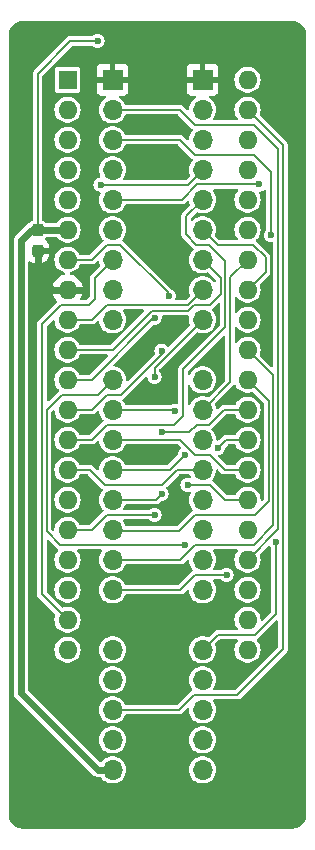
<source format=gbr>
G04 #@! TF.GenerationSoftware,KiCad,Pcbnew,8.0.4+dfsg-1*
G04 #@! TF.CreationDate,2025-03-02T10:18:41+09:00*
G04 #@! TF.ProjectId,bionic-mc68hc05c0,62696f6e-6963-42d6-9d63-363868633035,2*
G04 #@! TF.SameCoordinates,Original*
G04 #@! TF.FileFunction,Copper,L2,Bot*
G04 #@! TF.FilePolarity,Positive*
%FSLAX46Y46*%
G04 Gerber Fmt 4.6, Leading zero omitted, Abs format (unit mm)*
G04 Created by KiCad (PCBNEW 8.0.4+dfsg-1) date 2025-03-02 10:18:41*
%MOMM*%
%LPD*%
G01*
G04 APERTURE LIST*
G04 Aperture macros list*
%AMRoundRect*
0 Rectangle with rounded corners*
0 $1 Rounding radius*
0 $2 $3 $4 $5 $6 $7 $8 $9 X,Y pos of 4 corners*
0 Add a 4 corners polygon primitive as box body*
4,1,4,$2,$3,$4,$5,$6,$7,$8,$9,$2,$3,0*
0 Add four circle primitives for the rounded corners*
1,1,$1+$1,$2,$3*
1,1,$1+$1,$4,$5*
1,1,$1+$1,$6,$7*
1,1,$1+$1,$8,$9*
0 Add four rect primitives between the rounded corners*
20,1,$1+$1,$2,$3,$4,$5,0*
20,1,$1+$1,$4,$5,$6,$7,0*
20,1,$1+$1,$6,$7,$8,$9,0*
20,1,$1+$1,$8,$9,$2,$3,0*%
G04 Aperture macros list end*
G04 #@! TA.AperFunction,ComponentPad*
%ADD10O,1.700000X1.700000*%
G04 #@! TD*
G04 #@! TA.AperFunction,ComponentPad*
%ADD11R,1.700000X1.700000*%
G04 #@! TD*
G04 #@! TA.AperFunction,SMDPad,CuDef*
%ADD12RoundRect,0.237500X-0.237500X0.300000X-0.237500X-0.300000X0.237500X-0.300000X0.237500X0.300000X0*%
G04 #@! TD*
G04 #@! TA.AperFunction,ComponentPad*
%ADD13R,1.600000X1.600000*%
G04 #@! TD*
G04 #@! TA.AperFunction,ComponentPad*
%ADD14O,1.600000X1.600000*%
G04 #@! TD*
G04 #@! TA.AperFunction,ViaPad*
%ADD15C,0.600000*%
G04 #@! TD*
G04 #@! TA.AperFunction,Conductor*
%ADD16C,0.200000*%
G04 #@! TD*
G04 #@! TA.AperFunction,Conductor*
%ADD17C,0.600000*%
G04 #@! TD*
G04 APERTURE END LIST*
D10*
X117510000Y-133500000D03*
X117510000Y-130960000D03*
X117510000Y-128420000D03*
X117510000Y-125880000D03*
X117510000Y-123340000D03*
X117510000Y-118260000D03*
X117510000Y-115720000D03*
X117510000Y-113180000D03*
X117510000Y-110640000D03*
X117510000Y-108100000D03*
X117510000Y-105560000D03*
X117510000Y-103020000D03*
X117510000Y-100480000D03*
X117510000Y-95400000D03*
X117510000Y-92860000D03*
X117510000Y-90320000D03*
X117510000Y-87780000D03*
X117510000Y-85240000D03*
X117510000Y-82700000D03*
X117510000Y-80160000D03*
X117510000Y-77620000D03*
D11*
X117510000Y-75080000D03*
X109890000Y-75080000D03*
D10*
X109890000Y-77620000D03*
X109890000Y-80160000D03*
X109890000Y-82700000D03*
X109890000Y-85240000D03*
X109890000Y-87780000D03*
X109890000Y-90320000D03*
X109890000Y-92860000D03*
X109890000Y-95400000D03*
X109890000Y-100480000D03*
X109890000Y-103020000D03*
X109890000Y-105560000D03*
X109890000Y-108100000D03*
X109890000Y-110640000D03*
X109890000Y-113180000D03*
X109890000Y-115720000D03*
X109890000Y-118260000D03*
X109890000Y-123340000D03*
X109890000Y-125880000D03*
X109890000Y-128420000D03*
X109890000Y-130960000D03*
X109890000Y-133500000D03*
D12*
X103540000Y-87830800D03*
X103540000Y-89555800D03*
D13*
X106080000Y-75080000D03*
D14*
X106080000Y-77620000D03*
X106080000Y-80160000D03*
X106080000Y-82700000D03*
X106080000Y-85240000D03*
X106080000Y-87780000D03*
X106080000Y-90320000D03*
X106080000Y-92860000D03*
X106080000Y-95400000D03*
X106080000Y-97940000D03*
X106080000Y-100480000D03*
X106080000Y-103020000D03*
X106080000Y-105560000D03*
X106080000Y-108100000D03*
X106080000Y-110640000D03*
X106080000Y-113180000D03*
X106080000Y-115720000D03*
X106080000Y-118260000D03*
X106080000Y-120800000D03*
X106080000Y-123340000D03*
X121320000Y-123340000D03*
X121320000Y-120800000D03*
X121320000Y-118260000D03*
X121320000Y-115720000D03*
X121320000Y-113180000D03*
X121320000Y-110640000D03*
X121320000Y-108100000D03*
X121320000Y-105560000D03*
X121320000Y-103020000D03*
X121320000Y-100480000D03*
X121320000Y-97940000D03*
X121320000Y-95400000D03*
X121320000Y-92860000D03*
X121320000Y-90320000D03*
X121320000Y-87780000D03*
X121320000Y-85240000D03*
X121320000Y-82700000D03*
X121320000Y-80160000D03*
X121320000Y-77620000D03*
X121320000Y-75080000D03*
D15*
X118272000Y-98702000D03*
X115732000Y-95908000D03*
X108620000Y-71790700D03*
X122590000Y-94130000D03*
X107731000Y-119530000D03*
X113700000Y-132357000D03*
X114843000Y-99337000D03*
X103540000Y-120800000D03*
X105572000Y-127912000D03*
X114716000Y-106703000D03*
X113700000Y-120800000D03*
X120558000Y-96670000D03*
X107477000Y-91463000D03*
X107477000Y-89050000D03*
X104810000Y-96670000D03*
X105064000Y-106830000D03*
X122336000Y-106830000D03*
X116748000Y-97686000D03*
X115097000Y-111402000D03*
X103794000Y-133373000D03*
X114970000Y-88923000D03*
X122717000Y-130071000D03*
X118272000Y-86510000D03*
X119542000Y-115593000D03*
X123310800Y-88234350D03*
X122329700Y-83948400D03*
X115986000Y-114450000D03*
X115180735Y-103103735D03*
X116240000Y-109370000D03*
X116006235Y-106809765D03*
X118834000Y-106224700D03*
X114046000Y-104925000D03*
X114046000Y-110132000D03*
X119542000Y-116990000D03*
X114649000Y-93403000D03*
X113449000Y-100226000D03*
X113449000Y-111910000D03*
X108874000Y-83956200D03*
X114049000Y-98012473D03*
X113449000Y-95238000D03*
X123698000Y-114196000D03*
D16*
X103540000Y-74572000D02*
X103540000Y-87831900D01*
X108620000Y-71790700D02*
X106321300Y-71790700D01*
X106321300Y-71790700D02*
X103540000Y-74572000D01*
X103540000Y-87831900D02*
X103472600Y-87899300D01*
X103472600Y-87899300D02*
X103420700Y-87899300D01*
X114049000Y-98012473D02*
X114049000Y-98295314D01*
X109382000Y-101750000D02*
X108112000Y-103020000D01*
X114049000Y-98295314D02*
X110594314Y-101750000D01*
X110594314Y-101750000D02*
X109382000Y-101750000D01*
X108112000Y-103020000D02*
X106080000Y-103020000D01*
X113449000Y-100226000D02*
X113449000Y-99461000D01*
X113449000Y-99461000D02*
X117510000Y-95400000D01*
X117510000Y-90320000D02*
X119034000Y-91844000D01*
X119034000Y-93241000D02*
X118145000Y-94130000D01*
X119034000Y-91844000D02*
X119034000Y-93241000D01*
X118145000Y-94130000D02*
X116805686Y-94130000D01*
X116805686Y-94130000D02*
X116297686Y-94638000D01*
X116297686Y-94638000D02*
X113192000Y-94638000D01*
X113192000Y-94638000D02*
X109890000Y-97940000D01*
X109890000Y-97940000D02*
X106080000Y-97940000D01*
X113449000Y-95238000D02*
X113354000Y-95238000D01*
X113354000Y-95238000D02*
X108112000Y-100480000D01*
X108112000Y-100480000D02*
X106080000Y-100480000D01*
X117510000Y-85240000D02*
X116113000Y-86637000D01*
X116113000Y-86637000D02*
X116113000Y-88163450D01*
X116113000Y-88163450D02*
X116999550Y-89050000D01*
X119434000Y-96016000D02*
X115859000Y-99591000D01*
X116999550Y-89050000D02*
X118018000Y-89050000D01*
X119434000Y-90466000D02*
X119434000Y-96016000D01*
X118018000Y-89050000D02*
X119434000Y-90466000D01*
X115859000Y-103528000D02*
X115097000Y-104290000D01*
X115859000Y-99591000D02*
X115859000Y-103528000D01*
X115097000Y-104290000D02*
X109382000Y-104290000D01*
X109382000Y-104290000D02*
X108112000Y-105560000D01*
X108112000Y-105560000D02*
X106080000Y-105560000D01*
D17*
X109890000Y-133500000D02*
X108620000Y-133500000D01*
X108620000Y-133500000D02*
X102143000Y-127023000D01*
X102143000Y-127023000D02*
X102143000Y-88669000D01*
X103032000Y-87780000D02*
X106080000Y-87780000D01*
X102143000Y-88669000D02*
X103032000Y-87780000D01*
D16*
X105841400Y-88018600D02*
X106080000Y-87780000D01*
D17*
X104810000Y-92860000D02*
X107477000Y-92860000D01*
X103540000Y-91590000D02*
X104810000Y-92860000D01*
X103540000Y-89556900D02*
X103540000Y-91590000D01*
D16*
X123910800Y-80972800D02*
X121828000Y-78890000D01*
X115605000Y-77620000D02*
X109890000Y-77620000D01*
X121320000Y-115720000D02*
X123910800Y-113129200D01*
X123910800Y-113129200D02*
X123910800Y-80972800D01*
X116875000Y-78890000D02*
X115605000Y-77620000D01*
X121828000Y-78890000D02*
X116875000Y-78890000D01*
X115605000Y-80160000D02*
X109890000Y-80160000D01*
X123301200Y-88224750D02*
X123301200Y-82852400D01*
X123301200Y-82852400D02*
X121878800Y-81430000D01*
X116875000Y-81430000D02*
X115605000Y-80160000D01*
X123310800Y-88234350D02*
X123301200Y-88224750D01*
X121878800Y-81430000D02*
X116875000Y-81430000D01*
X117025900Y-83948400D02*
X122329700Y-83948400D01*
X115734300Y-85240000D02*
X117025900Y-83948400D01*
X109890000Y-85240000D02*
X115734300Y-85240000D01*
X108366000Y-91844000D02*
X108366000Y-93622000D01*
X109890000Y-90320000D02*
X108366000Y-91844000D01*
X108366000Y-93622000D02*
X107858000Y-94130000D01*
X103902000Y-95770300D02*
X103902000Y-118622000D01*
X105542300Y-94130000D02*
X103902000Y-95770300D01*
X107858000Y-94130000D02*
X105542300Y-94130000D01*
X103902000Y-118622000D02*
X106080000Y-120800000D01*
X115986000Y-114450000D02*
X115985800Y-114450200D01*
X105445200Y-114450200D02*
X104302000Y-113307000D01*
X108620000Y-101750000D02*
X109890000Y-100480000D01*
X104302000Y-103020000D02*
X105572000Y-101750000D01*
X115985800Y-114450200D02*
X105445200Y-114450200D01*
X104302000Y-113307000D02*
X104302000Y-103020000D01*
X105572000Y-101750000D02*
X108620000Y-101750000D01*
X115097000Y-103020000D02*
X115180735Y-103103735D01*
X109890000Y-103020000D02*
X115097000Y-103020000D01*
X119415000Y-110640000D02*
X121320000Y-110640000D01*
X116240000Y-109370000D02*
X118145000Y-109370000D01*
X118145000Y-109370000D02*
X119415000Y-110640000D01*
X109890000Y-105560000D02*
X115605000Y-105560000D01*
X116869700Y-106824700D02*
X118139700Y-106824700D01*
X115605000Y-105560000D02*
X116869700Y-106824700D01*
X118139700Y-106824700D02*
X119415000Y-108100000D01*
X119415000Y-108100000D02*
X121320000Y-108100000D01*
X118834000Y-106224700D02*
X119498700Y-105560000D01*
X116006235Y-106809765D02*
X114716000Y-108100000D01*
X114716000Y-108100000D02*
X109890000Y-108100000D01*
X119498700Y-105560000D02*
X121320000Y-105560000D01*
X116367000Y-104925000D02*
X117002000Y-104290000D01*
X113538000Y-110640000D02*
X109890000Y-110640000D01*
X119288000Y-103020000D02*
X121320000Y-103020000D01*
X117002000Y-104290000D02*
X118018000Y-104290000D01*
X118018000Y-104290000D02*
X119288000Y-103020000D01*
X114046000Y-110132000D02*
X113538000Y-110640000D01*
X114046000Y-104925000D02*
X116367000Y-104925000D01*
X109991400Y-113281400D02*
X115503600Y-113281400D01*
X123098000Y-110767000D02*
X123098000Y-102258000D01*
X116875000Y-111910000D02*
X121955000Y-111910000D01*
X121955000Y-111910000D02*
X123098000Y-110767000D01*
X109890000Y-113180000D02*
X109991400Y-113281400D01*
X123098000Y-102258000D02*
X121320000Y-100480000D01*
X115503600Y-113281400D02*
X116875000Y-111910000D01*
X121320000Y-97940000D02*
X123498000Y-100118000D01*
X116875000Y-114450000D02*
X115605000Y-115720000D01*
X115605000Y-115720000D02*
X109890000Y-115720000D01*
X123498000Y-100118000D02*
X123498000Y-112780000D01*
X123498000Y-112780000D02*
X121828000Y-114450000D01*
X121828000Y-114450000D02*
X116875000Y-114450000D01*
X116875000Y-116990000D02*
X115605000Y-118260000D01*
X119542000Y-116990000D02*
X116875000Y-116990000D01*
X115605000Y-118260000D02*
X109890000Y-118260000D01*
X124310800Y-80610800D02*
X121320000Y-77620000D01*
X124310800Y-123270200D02*
X124310800Y-80610800D01*
X115478000Y-128420000D02*
X116748000Y-127150000D01*
X120431000Y-127150000D02*
X124310800Y-123270200D01*
X116748000Y-127150000D02*
X120431000Y-127150000D01*
X109890000Y-128420000D02*
X115478000Y-128420000D01*
X109255000Y-109370000D02*
X107985000Y-108100000D01*
X117510000Y-108100000D02*
X115351000Y-108100000D01*
X107985000Y-108100000D02*
X106080000Y-108100000D01*
X115351000Y-108100000D02*
X114081000Y-109370000D01*
X114081000Y-109370000D02*
X109255000Y-109370000D01*
X117510000Y-103020000D02*
X119834000Y-100696000D01*
X119834000Y-91806000D02*
X121320000Y-90320000D01*
X119834000Y-100696000D02*
X119834000Y-91806000D01*
X114649000Y-93403000D02*
X114649000Y-93174000D01*
X110525000Y-89050000D02*
X109382000Y-89050000D01*
X109382000Y-89050000D02*
X108112000Y-90320000D01*
X108112000Y-90320000D02*
X106080000Y-90320000D01*
X114649000Y-93174000D02*
X110525000Y-89050000D01*
X113449000Y-111910000D02*
X109382000Y-111910000D01*
X108112000Y-113180000D02*
X106080000Y-113180000D01*
X109382000Y-111910000D02*
X108112000Y-113180000D01*
X109382000Y-94130000D02*
X116240000Y-94130000D01*
X108112000Y-95400000D02*
X109382000Y-94130000D01*
X116240000Y-94130000D02*
X117510000Y-92860000D01*
X106080000Y-95400000D02*
X108112000Y-95400000D01*
X118780000Y-89050000D02*
X121819600Y-89050000D01*
X117510000Y-87780000D02*
X118780000Y-89050000D01*
X121819600Y-89050000D02*
X122844000Y-90074400D01*
X122844000Y-90074400D02*
X122844000Y-91336000D01*
X122844000Y-91336000D02*
X121320000Y-92860000D01*
X116253800Y-83956200D02*
X117510000Y-82700000D01*
X108874000Y-83956200D02*
X116253800Y-83956200D01*
X121955000Y-122070000D02*
X118780000Y-122070000D01*
X123733000Y-120292000D02*
X121955000Y-122070000D01*
X123698000Y-114196000D02*
X123733000Y-114231000D01*
X118780000Y-122070000D02*
X117510000Y-123340000D01*
X123733000Y-114231000D02*
X123733000Y-120292000D01*
G04 #@! TA.AperFunction,Conductor*
G36*
X104931588Y-103053546D02*
G01*
X104974853Y-103096811D01*
X104985220Y-103132619D01*
X104993603Y-103223083D01*
X105042007Y-103393205D01*
X105049419Y-103419252D01*
X105129823Y-103580727D01*
X105140327Y-103601821D01*
X105263236Y-103764579D01*
X105413959Y-103901981D01*
X105587363Y-104009348D01*
X105777544Y-104083024D01*
X105978024Y-104120500D01*
X106181976Y-104120500D01*
X106382456Y-104083024D01*
X106572637Y-104009348D01*
X106746041Y-103901981D01*
X106896764Y-103764579D01*
X107019673Y-103601821D01*
X107082637Y-103475371D01*
X107125500Y-103431709D01*
X107171258Y-103420500D01*
X108164725Y-103420500D01*
X108164727Y-103420500D01*
X108266588Y-103393207D01*
X108266590Y-103393205D01*
X108266592Y-103393205D01*
X108357908Y-103340483D01*
X108357908Y-103340482D01*
X108357913Y-103340480D01*
X108580685Y-103117706D01*
X108635200Y-103089930D01*
X108695632Y-103099501D01*
X108738896Y-103142766D01*
X108749264Y-103178575D01*
X108754244Y-103232310D01*
X108812595Y-103437389D01*
X108907634Y-103628255D01*
X109036128Y-103798407D01*
X109101308Y-103857826D01*
X109131573Y-103911001D01*
X109124802Y-103971811D01*
X109104615Y-104000991D01*
X107975103Y-105130504D01*
X107920586Y-105158281D01*
X107905099Y-105159500D01*
X107171258Y-105159500D01*
X107113067Y-105140593D01*
X107082637Y-105104628D01*
X107071251Y-105081762D01*
X107019673Y-104978179D01*
X106896764Y-104815421D01*
X106746041Y-104678019D01*
X106572637Y-104570652D01*
X106382456Y-104496976D01*
X106382455Y-104496975D01*
X106382453Y-104496975D01*
X106181976Y-104459500D01*
X105978024Y-104459500D01*
X105777546Y-104496975D01*
X105709642Y-104523281D01*
X105587363Y-104570652D01*
X105428532Y-104668996D01*
X105413959Y-104678019D01*
X105263237Y-104815420D01*
X105140328Y-104978177D01*
X105140323Y-104978186D01*
X105050040Y-105159500D01*
X105049418Y-105160750D01*
X104993603Y-105356917D01*
X104974785Y-105560000D01*
X104993603Y-105763083D01*
X105049418Y-105959250D01*
X105140327Y-106141821D01*
X105263236Y-106304579D01*
X105413959Y-106441981D01*
X105587363Y-106549348D01*
X105777544Y-106623024D01*
X105978024Y-106660500D01*
X106181976Y-106660500D01*
X106382456Y-106623024D01*
X106572637Y-106549348D01*
X106746041Y-106441981D01*
X106896764Y-106304579D01*
X107019673Y-106141821D01*
X107082637Y-106015371D01*
X107125500Y-105971709D01*
X107171258Y-105960500D01*
X108164725Y-105960500D01*
X108164727Y-105960500D01*
X108266588Y-105933207D01*
X108266590Y-105933205D01*
X108266592Y-105933205D01*
X108357908Y-105880483D01*
X108357908Y-105880482D01*
X108357913Y-105880480D01*
X108580685Y-105657706D01*
X108635200Y-105629930D01*
X108695632Y-105639501D01*
X108738896Y-105682766D01*
X108749264Y-105718575D01*
X108754244Y-105772310D01*
X108812595Y-105977389D01*
X108907634Y-106168255D01*
X109036128Y-106338407D01*
X109083357Y-106381462D01*
X109193692Y-106482047D01*
X109193699Y-106482053D01*
X109267160Y-106527538D01*
X109374981Y-106594298D01*
X109573802Y-106671321D01*
X109783390Y-106710500D01*
X109996610Y-106710500D01*
X110206198Y-106671321D01*
X110405019Y-106594298D01*
X110586302Y-106482052D01*
X110743872Y-106338407D01*
X110872366Y-106168255D01*
X110948492Y-106015372D01*
X110991354Y-105971710D01*
X111037113Y-105960500D01*
X115398099Y-105960500D01*
X115456290Y-105979407D01*
X115468103Y-105989496D01*
X115657769Y-106179162D01*
X115685546Y-106233679D01*
X115675975Y-106294111D01*
X115648033Y-106327707D01*
X115577959Y-106381477D01*
X115577948Y-106381488D01*
X115481697Y-106506925D01*
X115481697Y-106506926D01*
X115421192Y-106652998D01*
X115421190Y-106653006D01*
X115399706Y-106816198D01*
X115397977Y-106815970D01*
X115381646Y-106866236D01*
X115371557Y-106878049D01*
X114579103Y-107670504D01*
X114524586Y-107698281D01*
X114509099Y-107699500D01*
X111037113Y-107699500D01*
X110978922Y-107680593D01*
X110948492Y-107644628D01*
X110936296Y-107620136D01*
X110872366Y-107491745D01*
X110743872Y-107321593D01*
X110680305Y-107263644D01*
X110586307Y-107177952D01*
X110586300Y-107177946D01*
X110405024Y-107065705D01*
X110405019Y-107065702D01*
X110206195Y-106988678D01*
X109996610Y-106949500D01*
X109783390Y-106949500D01*
X109573804Y-106988678D01*
X109374980Y-107065702D01*
X109374975Y-107065705D01*
X109193699Y-107177946D01*
X109193692Y-107177952D01*
X109036135Y-107321586D01*
X109036131Y-107321589D01*
X109036128Y-107321593D01*
X109036125Y-107321597D01*
X108907635Y-107491743D01*
X108907630Y-107491752D01*
X108812596Y-107682608D01*
X108812595Y-107682611D01*
X108807790Y-107699500D01*
X108754244Y-107887688D01*
X108738495Y-108057651D01*
X108714299Y-108113849D01*
X108661691Y-108145092D01*
X108600767Y-108139446D01*
X108569914Y-108118520D01*
X108230913Y-107779520D01*
X108230908Y-107779516D01*
X108139591Y-107726794D01*
X108139593Y-107726794D01*
X108100070Y-107716204D01*
X108037727Y-107699500D01*
X108037725Y-107699500D01*
X107171258Y-107699500D01*
X107113067Y-107680593D01*
X107082637Y-107644628D01*
X107019676Y-107518186D01*
X107019673Y-107518179D01*
X106896764Y-107355421D01*
X106746041Y-107218019D01*
X106572637Y-107110652D01*
X106382456Y-107036976D01*
X106382455Y-107036975D01*
X106382453Y-107036975D01*
X106181976Y-106999500D01*
X105978024Y-106999500D01*
X105777546Y-107036975D01*
X105707632Y-107064059D01*
X105587363Y-107110652D01*
X105478676Y-107177948D01*
X105413959Y-107218019D01*
X105263237Y-107355420D01*
X105140328Y-107518177D01*
X105140323Y-107518186D01*
X105050647Y-107698281D01*
X105049418Y-107700750D01*
X104993603Y-107896917D01*
X104974785Y-108100000D01*
X104993603Y-108303083D01*
X105049418Y-108499250D01*
X105140327Y-108681821D01*
X105263236Y-108844579D01*
X105413959Y-108981981D01*
X105587363Y-109089348D01*
X105777544Y-109163024D01*
X105978024Y-109200500D01*
X106181976Y-109200500D01*
X106382456Y-109163024D01*
X106572637Y-109089348D01*
X106746041Y-108981981D01*
X106896764Y-108844579D01*
X107019673Y-108681821D01*
X107082637Y-108555371D01*
X107125500Y-108511709D01*
X107171258Y-108500500D01*
X107778099Y-108500500D01*
X107836290Y-108519407D01*
X107848103Y-108529496D01*
X109009087Y-109690480D01*
X109009089Y-109690481D01*
X109023316Y-109698695D01*
X109064257Y-109744164D01*
X109070654Y-109805014D01*
X109040521Y-109857587D01*
X109036130Y-109861590D01*
X109036128Y-109861592D01*
X108907640Y-110031736D01*
X108907630Y-110031752D01*
X108812596Y-110222608D01*
X108754244Y-110427688D01*
X108753581Y-110434841D01*
X108734571Y-110640000D01*
X108754244Y-110852310D01*
X108812595Y-111057389D01*
X108907634Y-111248255D01*
X109036128Y-111418407D01*
X109101308Y-111477826D01*
X109131573Y-111531001D01*
X109124802Y-111591811D01*
X109104615Y-111620991D01*
X107975103Y-112750504D01*
X107920586Y-112778281D01*
X107905099Y-112779500D01*
X107171258Y-112779500D01*
X107113067Y-112760593D01*
X107082637Y-112724628D01*
X107042042Y-112643102D01*
X107019673Y-112598179D01*
X106896764Y-112435421D01*
X106746041Y-112298019D01*
X106572637Y-112190652D01*
X106382456Y-112116976D01*
X106382455Y-112116975D01*
X106382453Y-112116975D01*
X106181976Y-112079500D01*
X105978024Y-112079500D01*
X105777546Y-112116975D01*
X105707632Y-112144059D01*
X105587363Y-112190652D01*
X105467400Y-112264930D01*
X105413959Y-112298019D01*
X105263237Y-112435420D01*
X105140328Y-112598177D01*
X105140323Y-112598186D01*
X105049419Y-112780747D01*
X104993603Y-112976917D01*
X104974451Y-113183607D01*
X104950255Y-113239805D01*
X104897648Y-113271048D01*
X104836723Y-113265402D01*
X104805869Y-113244476D01*
X104731496Y-113170103D01*
X104703719Y-113115586D01*
X104702500Y-113100099D01*
X104702500Y-110640000D01*
X104974785Y-110640000D01*
X104993603Y-110843083D01*
X105049418Y-111039250D01*
X105140327Y-111221821D01*
X105263236Y-111384579D01*
X105413959Y-111521981D01*
X105587363Y-111629348D01*
X105777544Y-111703024D01*
X105978024Y-111740500D01*
X106181976Y-111740500D01*
X106382456Y-111703024D01*
X106572637Y-111629348D01*
X106746041Y-111521981D01*
X106896764Y-111384579D01*
X107019673Y-111221821D01*
X107110582Y-111039250D01*
X107166397Y-110843083D01*
X107185215Y-110640000D01*
X107166397Y-110436917D01*
X107110582Y-110240750D01*
X107019673Y-110058179D01*
X106896764Y-109895421D01*
X106746041Y-109758019D01*
X106572637Y-109650652D01*
X106382456Y-109576976D01*
X106382455Y-109576975D01*
X106382453Y-109576975D01*
X106181976Y-109539500D01*
X105978024Y-109539500D01*
X105777546Y-109576975D01*
X105741036Y-109591119D01*
X105587363Y-109650652D01*
X105437881Y-109743207D01*
X105413959Y-109758019D01*
X105263237Y-109895420D01*
X105140328Y-110058177D01*
X105140323Y-110058186D01*
X105050040Y-110239500D01*
X105049418Y-110240750D01*
X104993603Y-110436917D01*
X104974785Y-110640000D01*
X104702500Y-110640000D01*
X104702500Y-103226899D01*
X104721407Y-103168708D01*
X104731484Y-103156908D01*
X104816642Y-103071750D01*
X104871156Y-103043975D01*
X104931588Y-103053546D01*
G37*
G04 #@! TD.AperFunction*
G04 #@! TA.AperFunction,Conductor*
G36*
X116421078Y-108519407D02*
G01*
X116451509Y-108555373D01*
X116494746Y-108642207D01*
X116503758Y-108702725D01*
X116475477Y-108756982D01*
X116420706Y-108784254D01*
X116393202Y-108784487D01*
X116240001Y-108764318D01*
X116239999Y-108764318D01*
X116083241Y-108784955D01*
X116083233Y-108784957D01*
X115937161Y-108845462D01*
X115937160Y-108845462D01*
X115811723Y-108941713D01*
X115811719Y-108941716D01*
X115811718Y-108941718D01*
X115811716Y-108941721D01*
X115715462Y-109067160D01*
X115715462Y-109067161D01*
X115654957Y-109213233D01*
X115654955Y-109213241D01*
X115634318Y-109369999D01*
X115634318Y-109370000D01*
X115654955Y-109526758D01*
X115654957Y-109526766D01*
X115715462Y-109672838D01*
X115715462Y-109672839D01*
X115779877Y-109756786D01*
X115811718Y-109798282D01*
X115937159Y-109894536D01*
X115937160Y-109894536D01*
X115937161Y-109894537D01*
X115968179Y-109907385D01*
X116083238Y-109955044D01*
X116200809Y-109970522D01*
X116239999Y-109975682D01*
X116240000Y-109975682D01*
X116393204Y-109955512D01*
X116453363Y-109966662D01*
X116495481Y-110011044D01*
X116503467Y-110071706D01*
X116494746Y-110097793D01*
X116432596Y-110222608D01*
X116374244Y-110427688D01*
X116373581Y-110434841D01*
X116354571Y-110640000D01*
X116374244Y-110852310D01*
X116432595Y-111057389D01*
X116527634Y-111248255D01*
X116656128Y-111418407D01*
X116660517Y-111422408D01*
X116690780Y-111475584D01*
X116684008Y-111536394D01*
X116643320Y-111581302D01*
X116629089Y-111589518D01*
X115366703Y-112851904D01*
X115312186Y-112879681D01*
X115296699Y-112880900D01*
X111075823Y-112880900D01*
X111017632Y-112861993D01*
X110981668Y-112812493D01*
X110980603Y-112808994D01*
X110967405Y-112762612D01*
X110967403Y-112762608D01*
X110872366Y-112571745D01*
X110794896Y-112469159D01*
X110774918Y-112411330D01*
X110792747Y-112352799D01*
X110841573Y-112315927D01*
X110873901Y-112310500D01*
X112951929Y-112310500D01*
X113010120Y-112329407D01*
X113018687Y-112336723D01*
X113020716Y-112338280D01*
X113020718Y-112338282D01*
X113146159Y-112434536D01*
X113146160Y-112434536D01*
X113146161Y-112434537D01*
X113229751Y-112469161D01*
X113292238Y-112495044D01*
X113409809Y-112510522D01*
X113448999Y-112515682D01*
X113449000Y-112515682D01*
X113449001Y-112515682D01*
X113480352Y-112511554D01*
X113605762Y-112495044D01*
X113751841Y-112434536D01*
X113877282Y-112338282D01*
X113973536Y-112212841D01*
X114034044Y-112066762D01*
X114054682Y-111910000D01*
X114034044Y-111753238D01*
X113982727Y-111629347D01*
X113973537Y-111607161D01*
X113973537Y-111607160D01*
X113897664Y-111508281D01*
X113877282Y-111481718D01*
X113877277Y-111481714D01*
X113877276Y-111481713D01*
X113751838Y-111385462D01*
X113605766Y-111324957D01*
X113605758Y-111324955D01*
X113449001Y-111304318D01*
X113448999Y-111304318D01*
X113292241Y-111324955D01*
X113292233Y-111324957D01*
X113146161Y-111385462D01*
X113146160Y-111385462D01*
X113015570Y-111485668D01*
X113014509Y-111484286D01*
X112967416Y-111508281D01*
X112951929Y-111509500D01*
X110873901Y-111509500D01*
X110815710Y-111490593D01*
X110779746Y-111441093D01*
X110779746Y-111379907D01*
X110794897Y-111350839D01*
X110872366Y-111248255D01*
X110948492Y-111095372D01*
X110991354Y-111051710D01*
X111037113Y-111040500D01*
X113590725Y-111040500D01*
X113590727Y-111040500D01*
X113692588Y-111013207D01*
X113692590Y-111013205D01*
X113692592Y-111013205D01*
X113783908Y-110960483D01*
X113783908Y-110960482D01*
X113783913Y-110960480D01*
X113977713Y-110766678D01*
X114032230Y-110738901D01*
X114043448Y-110738017D01*
X114045996Y-110737681D01*
X114046000Y-110737682D01*
X114202762Y-110717044D01*
X114348841Y-110656536D01*
X114474282Y-110560282D01*
X114570536Y-110434841D01*
X114631044Y-110288762D01*
X114651682Y-110132000D01*
X114631044Y-109975238D01*
X114597982Y-109895420D01*
X114570537Y-109829161D01*
X114570537Y-109829160D01*
X114474286Y-109703723D01*
X114474285Y-109703722D01*
X114474282Y-109703718D01*
X114474277Y-109703714D01*
X114474276Y-109703713D01*
X114472966Y-109702708D01*
X114472295Y-109701732D01*
X114469693Y-109699130D01*
X114470175Y-109698647D01*
X114438310Y-109652284D01*
X114439911Y-109591119D01*
X114463227Y-109554164D01*
X115487897Y-108529496D01*
X115542414Y-108501719D01*
X115557901Y-108500500D01*
X116362887Y-108500500D01*
X116421078Y-108519407D01*
G37*
G04 #@! TD.AperFunction*
G04 #@! TA.AperFunction,Conductor*
G36*
X120310700Y-100930199D02*
G01*
X120325861Y-100952439D01*
X120335075Y-100970943D01*
X120380327Y-101061821D01*
X120503236Y-101224579D01*
X120653959Y-101361981D01*
X120827363Y-101469348D01*
X121017544Y-101543024D01*
X121218024Y-101580500D01*
X121421976Y-101580500D01*
X121622456Y-101543024D01*
X121702258Y-101512107D01*
X121763350Y-101508717D01*
X121808026Y-101534418D01*
X122668504Y-102394896D01*
X122696281Y-102449413D01*
X122697500Y-102464900D01*
X122697500Y-110560099D01*
X122678593Y-110618290D01*
X122668503Y-110630103D01*
X122594129Y-110704476D01*
X122539612Y-110732253D01*
X122479180Y-110722681D01*
X122435916Y-110679416D01*
X122425548Y-110643606D01*
X122425214Y-110640006D01*
X122425215Y-110640000D01*
X122406397Y-110436917D01*
X122350582Y-110240750D01*
X122259673Y-110058179D01*
X122136764Y-109895421D01*
X121986041Y-109758019D01*
X121812637Y-109650652D01*
X121622456Y-109576976D01*
X121622455Y-109576975D01*
X121622453Y-109576975D01*
X121421976Y-109539500D01*
X121218024Y-109539500D01*
X121017546Y-109576975D01*
X120981036Y-109591119D01*
X120827363Y-109650652D01*
X120677881Y-109743207D01*
X120653959Y-109758019D01*
X120503237Y-109895420D01*
X120380328Y-110058177D01*
X120380323Y-110058186D01*
X120317363Y-110184628D01*
X120274500Y-110228291D01*
X120228742Y-110239500D01*
X119621901Y-110239500D01*
X119563710Y-110220593D01*
X119551897Y-110210504D01*
X118975379Y-109633986D01*
X118390913Y-109049520D01*
X118390910Y-109049518D01*
X118376680Y-109041302D01*
X118335739Y-108995831D01*
X118329345Y-108934981D01*
X118359489Y-108882401D01*
X118363872Y-108878407D01*
X118492366Y-108708255D01*
X118587405Y-108517389D01*
X118645756Y-108312310D01*
X118661505Y-108142345D01*
X118685700Y-108086150D01*
X118738307Y-108054906D01*
X118799231Y-108060552D01*
X118830085Y-108081478D01*
X119091057Y-108342449D01*
X119091062Y-108342455D01*
X119091063Y-108342455D01*
X119094518Y-108345910D01*
X119094520Y-108345913D01*
X119169087Y-108420480D01*
X119169089Y-108420481D01*
X119260409Y-108473205D01*
X119260413Y-108473207D01*
X119362270Y-108500500D01*
X119362272Y-108500501D01*
X119362273Y-108500501D01*
X119473790Y-108500501D01*
X119473806Y-108500500D01*
X120228742Y-108500500D01*
X120286933Y-108519407D01*
X120317362Y-108555371D01*
X120380327Y-108681821D01*
X120503236Y-108844579D01*
X120653959Y-108981981D01*
X120827363Y-109089348D01*
X121017544Y-109163024D01*
X121218024Y-109200500D01*
X121421976Y-109200500D01*
X121622456Y-109163024D01*
X121812637Y-109089348D01*
X121986041Y-108981981D01*
X122136764Y-108844579D01*
X122259673Y-108681821D01*
X122350582Y-108499250D01*
X122406397Y-108303083D01*
X122425215Y-108100000D01*
X122406397Y-107896917D01*
X122350582Y-107700750D01*
X122259673Y-107518179D01*
X122136764Y-107355421D01*
X121986041Y-107218019D01*
X121812637Y-107110652D01*
X121622456Y-107036976D01*
X121622455Y-107036975D01*
X121622453Y-107036975D01*
X121421976Y-106999500D01*
X121218024Y-106999500D01*
X121017546Y-107036975D01*
X120947632Y-107064059D01*
X120827363Y-107110652D01*
X120718676Y-107177948D01*
X120653959Y-107218019D01*
X120503237Y-107355420D01*
X120380328Y-107518177D01*
X120380323Y-107518186D01*
X120317363Y-107644628D01*
X120274500Y-107688291D01*
X120228742Y-107699500D01*
X119621900Y-107699500D01*
X119563709Y-107680593D01*
X119551896Y-107670504D01*
X118867946Y-106986554D01*
X118840169Y-106932037D01*
X118849740Y-106871605D01*
X118893005Y-106828340D01*
X118925024Y-106818398D01*
X118990762Y-106809744D01*
X119136841Y-106749236D01*
X119262282Y-106652982D01*
X119358536Y-106527541D01*
X119419044Y-106381462D01*
X119439682Y-106224700D01*
X119440529Y-106218267D01*
X119442256Y-106218494D01*
X119458589Y-106168227D01*
X119468678Y-106156414D01*
X119635596Y-105989496D01*
X119690113Y-105961719D01*
X119705600Y-105960500D01*
X120228742Y-105960500D01*
X120286933Y-105979407D01*
X120317362Y-106015371D01*
X120380327Y-106141821D01*
X120503236Y-106304579D01*
X120653959Y-106441981D01*
X120827363Y-106549348D01*
X121017544Y-106623024D01*
X121218024Y-106660500D01*
X121421976Y-106660500D01*
X121622456Y-106623024D01*
X121812637Y-106549348D01*
X121986041Y-106441981D01*
X122136764Y-106304579D01*
X122259673Y-106141821D01*
X122350582Y-105959250D01*
X122406397Y-105763083D01*
X122425215Y-105560000D01*
X122406397Y-105356917D01*
X122350582Y-105160750D01*
X122259673Y-104978179D01*
X122136764Y-104815421D01*
X121986041Y-104678019D01*
X121812637Y-104570652D01*
X121622456Y-104496976D01*
X121622455Y-104496975D01*
X121622453Y-104496975D01*
X121421976Y-104459500D01*
X121218024Y-104459500D01*
X121017546Y-104496975D01*
X120949642Y-104523281D01*
X120827363Y-104570652D01*
X120668532Y-104668996D01*
X120653959Y-104678019D01*
X120503237Y-104815420D01*
X120380328Y-104978177D01*
X120380323Y-104978186D01*
X120317363Y-105104628D01*
X120274500Y-105148291D01*
X120228742Y-105159500D01*
X119557506Y-105159500D01*
X119557490Y-105159499D01*
X119551427Y-105159499D01*
X119445973Y-105159499D01*
X119344112Y-105186793D01*
X119344111Y-105186793D01*
X119344109Y-105186794D01*
X119318582Y-105201532D01*
X119298450Y-105213156D01*
X119269500Y-105229870D01*
X119252786Y-105239520D01*
X119178219Y-105314086D01*
X119178220Y-105314087D01*
X119178218Y-105314089D01*
X118902283Y-105590022D01*
X118847768Y-105617799D01*
X118836551Y-105618681D01*
X118774869Y-105626802D01*
X118714709Y-105615652D01*
X118672592Y-105571269D01*
X118663370Y-105537784D01*
X118645756Y-105347690D01*
X118587405Y-105142611D01*
X118492366Y-104951745D01*
X118363872Y-104781593D01*
X118298691Y-104722172D01*
X118268426Y-104668996D01*
X118275197Y-104608187D01*
X118295379Y-104579013D01*
X119424897Y-103449496D01*
X119479414Y-103421719D01*
X119494901Y-103420500D01*
X120228742Y-103420500D01*
X120286933Y-103439407D01*
X120317362Y-103475371D01*
X120380327Y-103601821D01*
X120503236Y-103764579D01*
X120653959Y-103901981D01*
X120827363Y-104009348D01*
X121017544Y-104083024D01*
X121218024Y-104120500D01*
X121421976Y-104120500D01*
X121622456Y-104083024D01*
X121812637Y-104009348D01*
X121986041Y-103901981D01*
X122136764Y-103764579D01*
X122259673Y-103601821D01*
X122350582Y-103419250D01*
X122406397Y-103223083D01*
X122425215Y-103020000D01*
X122406397Y-102816917D01*
X122350582Y-102620750D01*
X122259673Y-102438179D01*
X122136764Y-102275421D01*
X121986041Y-102138019D01*
X121812637Y-102030652D01*
X121622456Y-101956976D01*
X121622455Y-101956975D01*
X121622453Y-101956975D01*
X121421976Y-101919500D01*
X121218024Y-101919500D01*
X121017546Y-101956975D01*
X120977353Y-101972546D01*
X120827363Y-102030652D01*
X120653959Y-102138019D01*
X120503236Y-102275421D01*
X120469946Y-102319504D01*
X120380328Y-102438177D01*
X120380323Y-102438186D01*
X120317363Y-102564628D01*
X120274500Y-102608291D01*
X120228742Y-102619500D01*
X119340727Y-102619500D01*
X119235273Y-102619500D01*
X119172929Y-102636204D01*
X119133407Y-102646794D01*
X119042091Y-102699516D01*
X119042086Y-102699520D01*
X118819315Y-102922291D01*
X118764799Y-102950068D01*
X118704367Y-102940497D01*
X118661102Y-102897232D01*
X118650735Y-102861425D01*
X118645756Y-102807690D01*
X118587405Y-102602611D01*
X118587401Y-102602604D01*
X118585752Y-102598344D01*
X118587132Y-102597809D01*
X118579019Y-102543364D01*
X118606648Y-102489743D01*
X120154480Y-100941913D01*
X120154483Y-100941907D01*
X120158431Y-100936764D01*
X120160892Y-100938653D01*
X120196821Y-100906194D01*
X120257660Y-100899696D01*
X120310700Y-100930199D01*
G37*
G04 #@! TD.AperFunction*
G04 #@! TA.AperFunction,Conductor*
G36*
X119379445Y-96733691D02*
G01*
X119422710Y-96776956D01*
X119433500Y-96821901D01*
X119433500Y-100489098D01*
X119414593Y-100547289D01*
X119404504Y-100559102D01*
X118036673Y-101926932D01*
X117982156Y-101954709D01*
X117930907Y-101949243D01*
X117826198Y-101908679D01*
X117826197Y-101908678D01*
X117826195Y-101908678D01*
X117616610Y-101869500D01*
X117403390Y-101869500D01*
X117193804Y-101908678D01*
X116994980Y-101985702D01*
X116994975Y-101985705D01*
X116813699Y-102097946D01*
X116813692Y-102097952D01*
X116656135Y-102241586D01*
X116656131Y-102241589D01*
X116656128Y-102241593D01*
X116656125Y-102241597D01*
X116527635Y-102411743D01*
X116527630Y-102411752D01*
X116447121Y-102573438D01*
X116404258Y-102617100D01*
X116343917Y-102627230D01*
X116289146Y-102599958D01*
X116260866Y-102545700D01*
X116259500Y-102529310D01*
X116259500Y-100970689D01*
X116278407Y-100912498D01*
X116327907Y-100876534D01*
X116389093Y-100876534D01*
X116438593Y-100912498D01*
X116447119Y-100926558D01*
X116469094Y-100970689D01*
X116527630Y-101088248D01*
X116527632Y-101088252D01*
X116527634Y-101088255D01*
X116656128Y-101258407D01*
X116656135Y-101258413D01*
X116813692Y-101402047D01*
X116813699Y-101402053D01*
X116858060Y-101429520D01*
X116994981Y-101514298D01*
X117193802Y-101591321D01*
X117403390Y-101630500D01*
X117616610Y-101630500D01*
X117826198Y-101591321D01*
X118025019Y-101514298D01*
X118206302Y-101402052D01*
X118363872Y-101258407D01*
X118492366Y-101088255D01*
X118587405Y-100897389D01*
X118645756Y-100692310D01*
X118665429Y-100480000D01*
X118645756Y-100267690D01*
X118587405Y-100062611D01*
X118492366Y-99871745D01*
X118363872Y-99701593D01*
X118263081Y-99609709D01*
X118206307Y-99557952D01*
X118206300Y-99557946D01*
X118025024Y-99445705D01*
X118025019Y-99445702D01*
X118001041Y-99436413D01*
X117826198Y-99368679D01*
X117826197Y-99368678D01*
X117826195Y-99368678D01*
X117616610Y-99329500D01*
X117403390Y-99329500D01*
X117193804Y-99368678D01*
X116994980Y-99445702D01*
X116994975Y-99445705D01*
X116813699Y-99557946D01*
X116813692Y-99557952D01*
X116656135Y-99701586D01*
X116656131Y-99701589D01*
X116656128Y-99701593D01*
X116656125Y-99701597D01*
X116527635Y-99871743D01*
X116527630Y-99871752D01*
X116447121Y-100033438D01*
X116404258Y-100077100D01*
X116343917Y-100087230D01*
X116289146Y-100059958D01*
X116260866Y-100005700D01*
X116259500Y-99989310D01*
X116259500Y-99797901D01*
X116278407Y-99739710D01*
X116288496Y-99727897D01*
X119264496Y-96751897D01*
X119319013Y-96724120D01*
X119379445Y-96733691D01*
G37*
G04 #@! TD.AperFunction*
G04 #@! TA.AperFunction,Conductor*
G36*
X118979445Y-93958690D02*
G01*
X119022710Y-94001955D01*
X119033500Y-94046900D01*
X119033500Y-95809099D01*
X119014593Y-95867290D01*
X119004504Y-95879103D01*
X115538516Y-99345091D01*
X115485793Y-99436411D01*
X115485792Y-99436411D01*
X115485793Y-99436412D01*
X115458500Y-99538273D01*
X115458500Y-102422094D01*
X115439593Y-102480285D01*
X115390093Y-102516249D01*
X115344204Y-102517454D01*
X115343930Y-102519538D01*
X115337497Y-102518691D01*
X115280386Y-102511172D01*
X115180736Y-102498053D01*
X115180734Y-102498053D01*
X115023976Y-102518690D01*
X115023968Y-102518692D01*
X114877896Y-102579197D01*
X114877891Y-102579200D01*
X114852033Y-102599042D01*
X114794357Y-102619466D01*
X114791766Y-102619500D01*
X111037113Y-102619500D01*
X110978922Y-102600593D01*
X110948492Y-102564628D01*
X110911203Y-102489741D01*
X110872366Y-102411745D01*
X110750646Y-102250563D01*
X110730666Y-102192732D01*
X110748494Y-102134202D01*
X110780147Y-102105167D01*
X110840227Y-102070480D01*
X112682914Y-100227791D01*
X112737429Y-100200016D01*
X112797861Y-100209587D01*
X112841126Y-100252852D01*
X112851069Y-100284875D01*
X112863955Y-100382758D01*
X112863957Y-100382766D01*
X112924462Y-100528838D01*
X112924462Y-100528839D01*
X112965716Y-100582602D01*
X113020718Y-100654282D01*
X113146159Y-100750536D01*
X113146160Y-100750536D01*
X113146161Y-100750537D01*
X113292233Y-100811042D01*
X113292238Y-100811044D01*
X113409809Y-100826522D01*
X113448999Y-100831682D01*
X113449000Y-100831682D01*
X113449001Y-100831682D01*
X113480352Y-100827554D01*
X113605762Y-100811044D01*
X113751841Y-100750536D01*
X113877282Y-100654282D01*
X113973536Y-100528841D01*
X114034044Y-100382762D01*
X114054682Y-100226000D01*
X114034044Y-100069238D01*
X113973537Y-99923161D01*
X113973537Y-99923160D01*
X113873332Y-99792570D01*
X113874713Y-99791509D01*
X113850719Y-99744416D01*
X113849500Y-99728929D01*
X113849500Y-99667900D01*
X113868407Y-99609709D01*
X113878490Y-99597902D01*
X116983326Y-96493065D01*
X117037841Y-96465290D01*
X117089090Y-96470756D01*
X117193802Y-96511321D01*
X117403390Y-96550500D01*
X117616610Y-96550500D01*
X117826198Y-96511321D01*
X118025019Y-96434298D01*
X118206302Y-96322052D01*
X118363872Y-96178407D01*
X118492366Y-96008255D01*
X118587405Y-95817389D01*
X118645756Y-95612310D01*
X118665429Y-95400000D01*
X118645756Y-95187690D01*
X118587405Y-94982611D01*
X118492366Y-94791745D01*
X118363872Y-94621593D01*
X118359485Y-94617593D01*
X118329220Y-94564422D01*
X118335989Y-94503612D01*
X118376681Y-94458696D01*
X118390913Y-94450480D01*
X118864498Y-93976894D01*
X118919013Y-93949119D01*
X118979445Y-93958690D01*
G37*
G04 #@! TD.AperFunction*
G04 #@! TA.AperFunction,Conductor*
G36*
X112552290Y-94549407D02*
G01*
X112588254Y-94598907D01*
X112588254Y-94660093D01*
X112564103Y-94699504D01*
X109753103Y-97510504D01*
X109698586Y-97538281D01*
X109683099Y-97539500D01*
X107171258Y-97539500D01*
X107113067Y-97520593D01*
X107082637Y-97484628D01*
X107019676Y-97358186D01*
X107019673Y-97358179D01*
X106896764Y-97195421D01*
X106746041Y-97058019D01*
X106572637Y-96950652D01*
X106382456Y-96876976D01*
X106382455Y-96876975D01*
X106382453Y-96876975D01*
X106181976Y-96839500D01*
X105978024Y-96839500D01*
X105777546Y-96876975D01*
X105707632Y-96904059D01*
X105587363Y-96950652D01*
X105413959Y-97058019D01*
X105263236Y-97195421D01*
X105223388Y-97248188D01*
X105140328Y-97358177D01*
X105140323Y-97358186D01*
X105050647Y-97538281D01*
X105049418Y-97540750D01*
X104993603Y-97736917D01*
X104974785Y-97940000D01*
X104993603Y-98143083D01*
X105049418Y-98339250D01*
X105140327Y-98521821D01*
X105263236Y-98684579D01*
X105413959Y-98821981D01*
X105587363Y-98929348D01*
X105777544Y-99003024D01*
X105978024Y-99040500D01*
X106181976Y-99040500D01*
X106382456Y-99003024D01*
X106572637Y-98929348D01*
X106746041Y-98821981D01*
X106896764Y-98684579D01*
X107019673Y-98521821D01*
X107082637Y-98395371D01*
X107125500Y-98351709D01*
X107171258Y-98340500D01*
X109446099Y-98340500D01*
X109504290Y-98359407D01*
X109540254Y-98408907D01*
X109540254Y-98470093D01*
X109516103Y-98509504D01*
X107975103Y-100050504D01*
X107920586Y-100078281D01*
X107905099Y-100079500D01*
X107171258Y-100079500D01*
X107113067Y-100060593D01*
X107082637Y-100024628D01*
X107065051Y-99989310D01*
X107019673Y-99898179D01*
X106896764Y-99735421D01*
X106746041Y-99598019D01*
X106572637Y-99490652D01*
X106382456Y-99416976D01*
X106382455Y-99416975D01*
X106382453Y-99416975D01*
X106181976Y-99379500D01*
X105978024Y-99379500D01*
X105777546Y-99416975D01*
X105727371Y-99436413D01*
X105587363Y-99490652D01*
X105413959Y-99598019D01*
X105263236Y-99735421D01*
X105247021Y-99756893D01*
X105140328Y-99898177D01*
X105140323Y-99898186D01*
X105051235Y-100077100D01*
X105049418Y-100080750D01*
X104993603Y-100276917D01*
X104974785Y-100480000D01*
X104993603Y-100683083D01*
X105049418Y-100879250D01*
X105140327Y-101061821D01*
X105263236Y-101224579D01*
X105326701Y-101282435D01*
X105356966Y-101335608D01*
X105350195Y-101396418D01*
X105330008Y-101425599D01*
X104471504Y-102284103D01*
X104416987Y-102311880D01*
X104356555Y-102302309D01*
X104313290Y-102259044D01*
X104302500Y-102214099D01*
X104302500Y-95977200D01*
X104321407Y-95919009D01*
X104331496Y-95907197D01*
X104814120Y-95424572D01*
X104868637Y-95396794D01*
X104929069Y-95406365D01*
X104972334Y-95449630D01*
X104982702Y-95485440D01*
X104993603Y-95603083D01*
X105049418Y-95799250D01*
X105140327Y-95981821D01*
X105263236Y-96144579D01*
X105413959Y-96281981D01*
X105587363Y-96389348D01*
X105777544Y-96463024D01*
X105978024Y-96500500D01*
X106181976Y-96500500D01*
X106382456Y-96463024D01*
X106572637Y-96389348D01*
X106746041Y-96281981D01*
X106896764Y-96144579D01*
X107019673Y-95981821D01*
X107082637Y-95855371D01*
X107125500Y-95811709D01*
X107171258Y-95800500D01*
X108164725Y-95800500D01*
X108164727Y-95800500D01*
X108266588Y-95773207D01*
X108266590Y-95773205D01*
X108266592Y-95773205D01*
X108357908Y-95720483D01*
X108357908Y-95720482D01*
X108357913Y-95720480D01*
X108580685Y-95497706D01*
X108635200Y-95469930D01*
X108695632Y-95479501D01*
X108738896Y-95522766D01*
X108749264Y-95558575D01*
X108754244Y-95612310D01*
X108812595Y-95817389D01*
X108907634Y-96008255D01*
X109036128Y-96178407D01*
X109036135Y-96178413D01*
X109193692Y-96322047D01*
X109193699Y-96322053D01*
X109297389Y-96386255D01*
X109374981Y-96434298D01*
X109573802Y-96511321D01*
X109783390Y-96550500D01*
X109996610Y-96550500D01*
X110206198Y-96511321D01*
X110405019Y-96434298D01*
X110586302Y-96322052D01*
X110743872Y-96178407D01*
X110872366Y-96008255D01*
X110967405Y-95817389D01*
X111025756Y-95612310D01*
X111045429Y-95400000D01*
X111025756Y-95187690D01*
X110967405Y-94982611D01*
X110872366Y-94791745D01*
X110794896Y-94689159D01*
X110774918Y-94631330D01*
X110792747Y-94572799D01*
X110841573Y-94535927D01*
X110873901Y-94530500D01*
X112494099Y-94530500D01*
X112552290Y-94549407D01*
G37*
G04 #@! TD.AperFunction*
G04 #@! TA.AperFunction,Conductor*
G36*
X116343786Y-95057407D02*
G01*
X116379750Y-95106907D01*
X116380816Y-95164592D01*
X116374245Y-95187686D01*
X116374244Y-95187687D01*
X116354571Y-95400000D01*
X116374244Y-95612311D01*
X116432598Y-95817401D01*
X116434249Y-95821661D01*
X116432870Y-95822195D01*
X116440977Y-95876647D01*
X116413348Y-95930257D01*
X114679600Y-97664005D01*
X114625083Y-97691782D01*
X114564651Y-97682211D01*
X114531054Y-97654268D01*
X114477286Y-97584196D01*
X114477285Y-97584195D01*
X114477282Y-97584191D01*
X114477277Y-97584187D01*
X114477276Y-97584186D01*
X114351838Y-97487935D01*
X114205766Y-97427430D01*
X114205758Y-97427428D01*
X114049001Y-97406791D01*
X114048999Y-97406791D01*
X113892241Y-97427428D01*
X113892233Y-97427430D01*
X113746161Y-97487935D01*
X113746160Y-97487935D01*
X113620723Y-97584186D01*
X113620713Y-97584196D01*
X113524462Y-97709633D01*
X113524462Y-97709634D01*
X113463957Y-97855706D01*
X113463955Y-97855714D01*
X113443318Y-98012472D01*
X113443318Y-98012473D01*
X113463955Y-98169231D01*
X113463957Y-98169240D01*
X113481031Y-98210459D01*
X113485831Y-98271456D01*
X113459571Y-98318348D01*
X111213523Y-100564396D01*
X111159006Y-100592173D01*
X111098574Y-100582602D01*
X111055309Y-100539337D01*
X111044942Y-100485252D01*
X111045429Y-100480000D01*
X111025756Y-100267690D01*
X110967405Y-100062611D01*
X110872366Y-99871745D01*
X110743872Y-99701593D01*
X110643081Y-99609709D01*
X110586307Y-99557952D01*
X110586300Y-99557946D01*
X110405024Y-99445705D01*
X110405019Y-99445702D01*
X110381041Y-99436413D01*
X110206198Y-99368679D01*
X110206197Y-99368678D01*
X110206195Y-99368678D01*
X110039926Y-99337597D01*
X109986200Y-99308319D01*
X109959944Y-99253054D01*
X109971187Y-99192910D01*
X109988110Y-99170282D01*
X113295813Y-95862578D01*
X113350328Y-95834803D01*
X113378733Y-95834431D01*
X113449000Y-95843682D01*
X113605762Y-95823044D01*
X113751841Y-95762536D01*
X113877282Y-95666282D01*
X113973536Y-95540841D01*
X114034044Y-95394762D01*
X114054682Y-95238000D01*
X114043152Y-95150421D01*
X114054302Y-95090261D01*
X114098684Y-95048144D01*
X114141305Y-95038500D01*
X116285595Y-95038500D01*
X116343786Y-95057407D01*
G37*
G04 #@! TD.AperFunction*
G04 #@! TA.AperFunction,Conductor*
G36*
X120473256Y-84367807D02*
G01*
X120509220Y-84417307D01*
X120509220Y-84478493D01*
X120494070Y-84507558D01*
X120453047Y-84561882D01*
X120380328Y-84658177D01*
X120380323Y-84658186D01*
X120298450Y-84822611D01*
X120289418Y-84840750D01*
X120233603Y-85036917D01*
X120214785Y-85240000D01*
X120233603Y-85443083D01*
X120289418Y-85639250D01*
X120380327Y-85821821D01*
X120503236Y-85984579D01*
X120653959Y-86121981D01*
X120827363Y-86229348D01*
X121017544Y-86303024D01*
X121218024Y-86340500D01*
X121421976Y-86340500D01*
X121622456Y-86303024D01*
X121812637Y-86229348D01*
X121986041Y-86121981D01*
X122136764Y-85984579D01*
X122259673Y-85821821D01*
X122350582Y-85639250D01*
X122406397Y-85443083D01*
X122425215Y-85240000D01*
X122406397Y-85036917D01*
X122350582Y-84840750D01*
X122277166Y-84693311D01*
X122268154Y-84632795D01*
X122296434Y-84578538D01*
X122351205Y-84551265D01*
X122352848Y-84551034D01*
X122486462Y-84533444D01*
X122632541Y-84472936D01*
X122741434Y-84389379D01*
X122799108Y-84368956D01*
X122857774Y-84386333D01*
X122895022Y-84434875D01*
X122900700Y-84467922D01*
X122900700Y-87748766D01*
X122881793Y-87806957D01*
X122880242Y-87809033D01*
X122786262Y-87931510D01*
X122786262Y-87931511D01*
X122725757Y-88077583D01*
X122725755Y-88077591D01*
X122705118Y-88234349D01*
X122705118Y-88234350D01*
X122725755Y-88391108D01*
X122725757Y-88391116D01*
X122786262Y-88537188D01*
X122786262Y-88537189D01*
X122882018Y-88661981D01*
X122882518Y-88662632D01*
X123007959Y-88758886D01*
X123154038Y-88819394D01*
X123271609Y-88834872D01*
X123310799Y-88840032D01*
X123310800Y-88840032D01*
X123398378Y-88828502D01*
X123458539Y-88839652D01*
X123500656Y-88884034D01*
X123510300Y-88926655D01*
X123510300Y-99324899D01*
X123491393Y-99383090D01*
X123441893Y-99419054D01*
X123380707Y-99419054D01*
X123341296Y-99394903D01*
X122377336Y-98430943D01*
X122349559Y-98376426D01*
X122352118Y-98333848D01*
X122406397Y-98143083D01*
X122425215Y-97940000D01*
X122406397Y-97736917D01*
X122350582Y-97540750D01*
X122259673Y-97358179D01*
X122136764Y-97195421D01*
X121986041Y-97058019D01*
X121812637Y-96950652D01*
X121622456Y-96876976D01*
X121622455Y-96876975D01*
X121622453Y-96876975D01*
X121421976Y-96839500D01*
X121218024Y-96839500D01*
X121017546Y-96876975D01*
X120947632Y-96904059D01*
X120827363Y-96950652D01*
X120653959Y-97058019D01*
X120503234Y-97195423D01*
X120412503Y-97315570D01*
X120362347Y-97350613D01*
X120301172Y-97349482D01*
X120252345Y-97312609D01*
X120234500Y-97255909D01*
X120234500Y-96084090D01*
X120253407Y-96025899D01*
X120302907Y-95989935D01*
X120364093Y-95989935D01*
X120412501Y-96024427D01*
X120503236Y-96144579D01*
X120653959Y-96281981D01*
X120827363Y-96389348D01*
X121017544Y-96463024D01*
X121218024Y-96500500D01*
X121421976Y-96500500D01*
X121622456Y-96463024D01*
X121812637Y-96389348D01*
X121986041Y-96281981D01*
X122136764Y-96144579D01*
X122259673Y-95981821D01*
X122350582Y-95799250D01*
X122406397Y-95603083D01*
X122425215Y-95400000D01*
X122406397Y-95196917D01*
X122350582Y-95000750D01*
X122259673Y-94818179D01*
X122136764Y-94655421D01*
X121986041Y-94518019D01*
X121812637Y-94410652D01*
X121622456Y-94336976D01*
X121622455Y-94336975D01*
X121622453Y-94336975D01*
X121421976Y-94299500D01*
X121218024Y-94299500D01*
X121017546Y-94336975D01*
X120947632Y-94364059D01*
X120827363Y-94410652D01*
X120653959Y-94518019D01*
X120540343Y-94621594D01*
X120503234Y-94655423D01*
X120412503Y-94775570D01*
X120362347Y-94810613D01*
X120301172Y-94809482D01*
X120252345Y-94772609D01*
X120234500Y-94715909D01*
X120234500Y-93544090D01*
X120253407Y-93485899D01*
X120302907Y-93449935D01*
X120364093Y-93449935D01*
X120412501Y-93484427D01*
X120503236Y-93604579D01*
X120653959Y-93741981D01*
X120827363Y-93849348D01*
X121017544Y-93923024D01*
X121218024Y-93960500D01*
X121421976Y-93960500D01*
X121622456Y-93923024D01*
X121812637Y-93849348D01*
X121986041Y-93741981D01*
X122136764Y-93604579D01*
X122259673Y-93441821D01*
X122350582Y-93259250D01*
X122406397Y-93063083D01*
X122425215Y-92860000D01*
X122406397Y-92656917D01*
X122352118Y-92466148D01*
X122354379Y-92405010D01*
X122377333Y-92369058D01*
X123164480Y-91581913D01*
X123216046Y-91492598D01*
X123217169Y-91490653D01*
X123217179Y-91490634D01*
X123217206Y-91490588D01*
X123217207Y-91490587D01*
X123244500Y-91388727D01*
X123244500Y-90021673D01*
X123217207Y-89919813D01*
X123217026Y-89919500D01*
X123164480Y-89828487D01*
X123089913Y-89753919D01*
X123089913Y-89753920D01*
X122065595Y-88729602D01*
X122037820Y-88675088D01*
X122047391Y-88614656D01*
X122068904Y-88586441D01*
X122136764Y-88524579D01*
X122259673Y-88361821D01*
X122350582Y-88179250D01*
X122406397Y-87983083D01*
X122425215Y-87780000D01*
X122406397Y-87576917D01*
X122350582Y-87380750D01*
X122259673Y-87198179D01*
X122136764Y-87035421D01*
X121986041Y-86898019D01*
X121812637Y-86790652D01*
X121622456Y-86716976D01*
X121622455Y-86716975D01*
X121622453Y-86716975D01*
X121421976Y-86679500D01*
X121218024Y-86679500D01*
X121017546Y-86716975D01*
X120947632Y-86744059D01*
X120827363Y-86790652D01*
X120718678Y-86857947D01*
X120653959Y-86898019D01*
X120503237Y-87035420D01*
X120380328Y-87198177D01*
X120380323Y-87198186D01*
X120298450Y-87362611D01*
X120289418Y-87380750D01*
X120233603Y-87576917D01*
X120214785Y-87780000D01*
X120233603Y-87983083D01*
X120289418Y-88179250D01*
X120380327Y-88361821D01*
X120477759Y-88490842D01*
X120497737Y-88548670D01*
X120479908Y-88607201D01*
X120431082Y-88644073D01*
X120398754Y-88649500D01*
X118986901Y-88649500D01*
X118928710Y-88630593D01*
X118916897Y-88620504D01*
X118606650Y-88310257D01*
X118578873Y-88255740D01*
X118587111Y-88202182D01*
X118585752Y-88201656D01*
X118587400Y-88197398D01*
X118587405Y-88197389D01*
X118645756Y-87992310D01*
X118665429Y-87780000D01*
X118645756Y-87567690D01*
X118587405Y-87362611D01*
X118492366Y-87171745D01*
X118363872Y-87001593D01*
X118260550Y-86907402D01*
X118206307Y-86857952D01*
X118206300Y-86857946D01*
X118025024Y-86745705D01*
X118025019Y-86745702D01*
X117826195Y-86668678D01*
X117616610Y-86629500D01*
X117403390Y-86629500D01*
X117193804Y-86668678D01*
X116994980Y-86745702D01*
X116994975Y-86745705D01*
X116813699Y-86857946D01*
X116813698Y-86857947D01*
X116679196Y-86980564D01*
X116623455Y-87005794D01*
X116563529Y-86993442D01*
X116522309Y-86948226D01*
X116513500Y-86907402D01*
X116513500Y-86843900D01*
X116532407Y-86785709D01*
X116542496Y-86773897D01*
X116983324Y-86333068D01*
X117037841Y-86305290D01*
X117089090Y-86310756D01*
X117193802Y-86351321D01*
X117403390Y-86390500D01*
X117616610Y-86390500D01*
X117826198Y-86351321D01*
X118025019Y-86274298D01*
X118206302Y-86162052D01*
X118363872Y-86018407D01*
X118492366Y-85848255D01*
X118587405Y-85657389D01*
X118645756Y-85452310D01*
X118665429Y-85240000D01*
X118645756Y-85027690D01*
X118587405Y-84822611D01*
X118492366Y-84631745D01*
X118418132Y-84533444D01*
X118398586Y-84507561D01*
X118378606Y-84449730D01*
X118396434Y-84391200D01*
X118445261Y-84354327D01*
X118477589Y-84348900D01*
X120415065Y-84348900D01*
X120473256Y-84367807D01*
G37*
G04 #@! TD.AperFunction*
G04 #@! TA.AperFunction,Conductor*
G36*
X108695632Y-90399501D02*
G01*
X108738896Y-90442766D01*
X108749265Y-90478576D01*
X108754244Y-90532310D01*
X108812598Y-90737401D01*
X108814249Y-90741661D01*
X108812870Y-90742195D01*
X108820977Y-90796647D01*
X108793348Y-90850256D01*
X108045520Y-91598086D01*
X108045516Y-91598091D01*
X107992793Y-91689411D01*
X107992792Y-91689411D01*
X107992793Y-91689412D01*
X107965500Y-91791273D01*
X107965500Y-93415099D01*
X107946593Y-93473290D01*
X107936504Y-93485103D01*
X107721103Y-93700504D01*
X107666586Y-93728281D01*
X107651099Y-93729500D01*
X107248354Y-93729500D01*
X107190163Y-93710593D01*
X107154199Y-93661093D01*
X107154199Y-93599907D01*
X107167258Y-93573716D01*
X107210134Y-93512481D01*
X107306266Y-93306323D01*
X107358872Y-93110000D01*
X106395686Y-93110000D01*
X106400080Y-93105606D01*
X106452741Y-93014394D01*
X106480000Y-92912661D01*
X106480000Y-92807339D01*
X106452741Y-92705606D01*
X106400080Y-92614394D01*
X106395686Y-92610000D01*
X107358872Y-92610000D01*
X107306266Y-92413676D01*
X107210134Y-92207518D01*
X107079665Y-92021188D01*
X106918811Y-91860334D01*
X106732481Y-91729865D01*
X106526323Y-91633733D01*
X106337151Y-91583044D01*
X106285836Y-91549720D01*
X106263910Y-91492598D01*
X106279746Y-91433498D01*
X106327296Y-91394992D01*
X106344568Y-91390106D01*
X106382456Y-91383024D01*
X106572637Y-91309348D01*
X106746041Y-91201981D01*
X106896764Y-91064579D01*
X107019673Y-90901821D01*
X107082637Y-90775371D01*
X107125500Y-90731709D01*
X107171258Y-90720500D01*
X108164725Y-90720500D01*
X108164727Y-90720500D01*
X108266588Y-90693207D01*
X108266590Y-90693205D01*
X108266592Y-90693205D01*
X108357908Y-90640483D01*
X108357908Y-90640482D01*
X108357913Y-90640480D01*
X108580685Y-90417706D01*
X108635200Y-90389930D01*
X108695632Y-90399501D01*
G37*
G04 #@! TD.AperFunction*
G04 #@! TA.AperFunction,Conductor*
G36*
X125134309Y-70100877D02*
G01*
X125324457Y-70117512D01*
X125341437Y-70120505D01*
X125521635Y-70168789D01*
X125537839Y-70174687D01*
X125706902Y-70253523D01*
X125721842Y-70262149D01*
X125874641Y-70369140D01*
X125887861Y-70380232D01*
X126019767Y-70512138D01*
X126030859Y-70525358D01*
X126137850Y-70678157D01*
X126146478Y-70693101D01*
X126225308Y-70862151D01*
X126231211Y-70878368D01*
X126279492Y-71058555D01*
X126282488Y-71075550D01*
X126299123Y-71265690D01*
X126299500Y-71274318D01*
X126299500Y-137305681D01*
X126299123Y-137314309D01*
X126282488Y-137504449D01*
X126279492Y-137521444D01*
X126231211Y-137701631D01*
X126225308Y-137717848D01*
X126146478Y-137886898D01*
X126137850Y-137901842D01*
X126030859Y-138054641D01*
X126019767Y-138067861D01*
X125887861Y-138199767D01*
X125874641Y-138210859D01*
X125721842Y-138317850D01*
X125706898Y-138326478D01*
X125537848Y-138405308D01*
X125521631Y-138411211D01*
X125341444Y-138459492D01*
X125324449Y-138462488D01*
X125134309Y-138479123D01*
X125125681Y-138479500D01*
X102274319Y-138479500D01*
X102265691Y-138479123D01*
X102075550Y-138462488D01*
X102058555Y-138459492D01*
X101878368Y-138411211D01*
X101862154Y-138405309D01*
X101693100Y-138326477D01*
X101678157Y-138317850D01*
X101525358Y-138210859D01*
X101512138Y-138199767D01*
X101380232Y-138067861D01*
X101369140Y-138054641D01*
X101262149Y-137901842D01*
X101253523Y-137886902D01*
X101174687Y-137717839D01*
X101168788Y-137701631D01*
X101149843Y-137630926D01*
X101120505Y-137521437D01*
X101117512Y-137504457D01*
X101100877Y-137314309D01*
X101100500Y-137305681D01*
X101100500Y-88589943D01*
X101542499Y-88589943D01*
X101542499Y-88589945D01*
X101542499Y-88756031D01*
X101542500Y-88756044D01*
X101542500Y-126937863D01*
X101542499Y-126937881D01*
X101542499Y-126943943D01*
X101542499Y-127102057D01*
X101583423Y-127254785D01*
X101583424Y-127254787D01*
X101591918Y-127269498D01*
X101591919Y-127269501D01*
X101662478Y-127391713D01*
X101662480Y-127391716D01*
X101774284Y-127503520D01*
X101774286Y-127503521D01*
X108139478Y-133868713D01*
X108139480Y-133868716D01*
X108251284Y-133980520D01*
X108251286Y-133980521D01*
X108251289Y-133980524D01*
X108251288Y-133980524D01*
X108338091Y-134030637D01*
X108338093Y-134030639D01*
X108338094Y-134030639D01*
X108360916Y-134043815D01*
X108388215Y-134059577D01*
X108540942Y-134100500D01*
X108540943Y-134100500D01*
X108852482Y-134100500D01*
X108910673Y-134119407D01*
X108931483Y-134139836D01*
X109036128Y-134278407D01*
X109036135Y-134278413D01*
X109193692Y-134422047D01*
X109193699Y-134422053D01*
X109297389Y-134486255D01*
X109374981Y-134534298D01*
X109573802Y-134611321D01*
X109783390Y-134650500D01*
X109996610Y-134650500D01*
X110206198Y-134611321D01*
X110405019Y-134534298D01*
X110586302Y-134422052D01*
X110743872Y-134278407D01*
X110872366Y-134108255D01*
X110967405Y-133917389D01*
X111025756Y-133712310D01*
X111045429Y-133500000D01*
X116354571Y-133500000D01*
X116374244Y-133712310D01*
X116418745Y-133868713D01*
X116432596Y-133917391D01*
X116523772Y-134100500D01*
X116527634Y-134108255D01*
X116656128Y-134278407D01*
X116656135Y-134278413D01*
X116813692Y-134422047D01*
X116813699Y-134422053D01*
X116917389Y-134486255D01*
X116994981Y-134534298D01*
X117193802Y-134611321D01*
X117403390Y-134650500D01*
X117616610Y-134650500D01*
X117826198Y-134611321D01*
X118025019Y-134534298D01*
X118206302Y-134422052D01*
X118363872Y-134278407D01*
X118492366Y-134108255D01*
X118587405Y-133917389D01*
X118645756Y-133712310D01*
X118665429Y-133500000D01*
X118645756Y-133287690D01*
X118587405Y-133082611D01*
X118492366Y-132891745D01*
X118363872Y-132721593D01*
X118309623Y-132672139D01*
X118206307Y-132577952D01*
X118206300Y-132577946D01*
X118025024Y-132465705D01*
X118025019Y-132465702D01*
X117826195Y-132388678D01*
X117616610Y-132349500D01*
X117403390Y-132349500D01*
X117193804Y-132388678D01*
X116994980Y-132465702D01*
X116994975Y-132465705D01*
X116813699Y-132577946D01*
X116813692Y-132577952D01*
X116656135Y-132721586D01*
X116656131Y-132721589D01*
X116656128Y-132721593D01*
X116656125Y-132721597D01*
X116527635Y-132891743D01*
X116527630Y-132891752D01*
X116432596Y-133082608D01*
X116374244Y-133287688D01*
X116374244Y-133287690D01*
X116354571Y-133500000D01*
X111045429Y-133500000D01*
X111025756Y-133287690D01*
X110967405Y-133082611D01*
X110872366Y-132891745D01*
X110743872Y-132721593D01*
X110689623Y-132672139D01*
X110586307Y-132577952D01*
X110586300Y-132577946D01*
X110405024Y-132465705D01*
X110405019Y-132465702D01*
X110206195Y-132388678D01*
X109996610Y-132349500D01*
X109783390Y-132349500D01*
X109573804Y-132388678D01*
X109374980Y-132465702D01*
X109374975Y-132465705D01*
X109193699Y-132577946D01*
X109193692Y-132577952D01*
X109036135Y-132721586D01*
X109036131Y-132721589D01*
X109036128Y-132721593D01*
X109036125Y-132721596D01*
X109036123Y-132721599D01*
X108956121Y-132827537D01*
X108905965Y-132862579D01*
X108844790Y-132861448D01*
X108807114Y-132837879D01*
X106929235Y-130960000D01*
X108734571Y-130960000D01*
X108754244Y-131172310D01*
X108812595Y-131377389D01*
X108907634Y-131568255D01*
X109036128Y-131738407D01*
X109036135Y-131738413D01*
X109193692Y-131882047D01*
X109193699Y-131882053D01*
X109297389Y-131946255D01*
X109374981Y-131994298D01*
X109573802Y-132071321D01*
X109783390Y-132110500D01*
X109996610Y-132110500D01*
X110206198Y-132071321D01*
X110405019Y-131994298D01*
X110586302Y-131882052D01*
X110743872Y-131738407D01*
X110872366Y-131568255D01*
X110967405Y-131377389D01*
X111025756Y-131172310D01*
X111045429Y-130960000D01*
X116354571Y-130960000D01*
X116374244Y-131172310D01*
X116432595Y-131377389D01*
X116527634Y-131568255D01*
X116656128Y-131738407D01*
X116656135Y-131738413D01*
X116813692Y-131882047D01*
X116813699Y-131882053D01*
X116917389Y-131946255D01*
X116994981Y-131994298D01*
X117193802Y-132071321D01*
X117403390Y-132110500D01*
X117616610Y-132110500D01*
X117826198Y-132071321D01*
X118025019Y-131994298D01*
X118206302Y-131882052D01*
X118363872Y-131738407D01*
X118492366Y-131568255D01*
X118587405Y-131377389D01*
X118645756Y-131172310D01*
X118665429Y-130960000D01*
X118645756Y-130747690D01*
X118587405Y-130542611D01*
X118492366Y-130351745D01*
X118363872Y-130181593D01*
X118309623Y-130132139D01*
X118206307Y-130037952D01*
X118206300Y-130037946D01*
X118025024Y-129925705D01*
X118025019Y-129925702D01*
X117826195Y-129848678D01*
X117616610Y-129809500D01*
X117403390Y-129809500D01*
X117193804Y-129848678D01*
X116994980Y-129925702D01*
X116994975Y-129925705D01*
X116813699Y-130037946D01*
X116813692Y-130037952D01*
X116656135Y-130181586D01*
X116656131Y-130181589D01*
X116656128Y-130181593D01*
X116656125Y-130181597D01*
X116527635Y-130351743D01*
X116527630Y-130351752D01*
X116432596Y-130542608D01*
X116374244Y-130747688D01*
X116374244Y-130747690D01*
X116354571Y-130960000D01*
X111045429Y-130960000D01*
X111025756Y-130747690D01*
X110967405Y-130542611D01*
X110872366Y-130351745D01*
X110743872Y-130181593D01*
X110689623Y-130132139D01*
X110586307Y-130037952D01*
X110586300Y-130037946D01*
X110405024Y-129925705D01*
X110405019Y-129925702D01*
X110206195Y-129848678D01*
X109996610Y-129809500D01*
X109783390Y-129809500D01*
X109573804Y-129848678D01*
X109374980Y-129925702D01*
X109374975Y-129925705D01*
X109193699Y-130037946D01*
X109193692Y-130037952D01*
X109036135Y-130181586D01*
X109036131Y-130181589D01*
X109036128Y-130181593D01*
X109036125Y-130181597D01*
X108907635Y-130351743D01*
X108907630Y-130351752D01*
X108812596Y-130542608D01*
X108754244Y-130747688D01*
X108754244Y-130747690D01*
X108734571Y-130960000D01*
X106929235Y-130960000D01*
X102772496Y-126803261D01*
X102744719Y-126748744D01*
X102743500Y-126733257D01*
X102743500Y-125880000D01*
X108734571Y-125880000D01*
X108754244Y-126092310D01*
X108812595Y-126297389D01*
X108907634Y-126488255D01*
X109036128Y-126658407D01*
X109036135Y-126658413D01*
X109193692Y-126802047D01*
X109193699Y-126802053D01*
X109238060Y-126829520D01*
X109374981Y-126914298D01*
X109573802Y-126991321D01*
X109783390Y-127030500D01*
X109996610Y-127030500D01*
X110206198Y-126991321D01*
X110405019Y-126914298D01*
X110586302Y-126802052D01*
X110743872Y-126658407D01*
X110872366Y-126488255D01*
X110967405Y-126297389D01*
X111025756Y-126092310D01*
X111045429Y-125880000D01*
X111025756Y-125667690D01*
X110967405Y-125462611D01*
X110872366Y-125271745D01*
X110743872Y-125101593D01*
X110689623Y-125052139D01*
X110586307Y-124957952D01*
X110586300Y-124957946D01*
X110405024Y-124845705D01*
X110405019Y-124845702D01*
X110206195Y-124768678D01*
X109996610Y-124729500D01*
X109783390Y-124729500D01*
X109573804Y-124768678D01*
X109374980Y-124845702D01*
X109374975Y-124845705D01*
X109193699Y-124957946D01*
X109193692Y-124957952D01*
X109036135Y-125101586D01*
X109036131Y-125101589D01*
X109036128Y-125101593D01*
X109036125Y-125101597D01*
X108907635Y-125271743D01*
X108907630Y-125271752D01*
X108812596Y-125462608D01*
X108754244Y-125667688D01*
X108754244Y-125667690D01*
X108734571Y-125880000D01*
X102743500Y-125880000D01*
X102743500Y-123340000D01*
X104974785Y-123340000D01*
X104993603Y-123543083D01*
X105049418Y-123739250D01*
X105140327Y-123921821D01*
X105263236Y-124084579D01*
X105413959Y-124221981D01*
X105587363Y-124329348D01*
X105777544Y-124403024D01*
X105978024Y-124440500D01*
X106181976Y-124440500D01*
X106382456Y-124403024D01*
X106572637Y-124329348D01*
X106746041Y-124221981D01*
X106896764Y-124084579D01*
X107019673Y-123921821D01*
X107110582Y-123739250D01*
X107166397Y-123543083D01*
X107185215Y-123340000D01*
X108734571Y-123340000D01*
X108754244Y-123552311D01*
X108777449Y-123633867D01*
X108812595Y-123757389D01*
X108907634Y-123948255D01*
X109036128Y-124118407D01*
X109036135Y-124118413D01*
X109193692Y-124262047D01*
X109193699Y-124262053D01*
X109297389Y-124326255D01*
X109374981Y-124374298D01*
X109573802Y-124451321D01*
X109783390Y-124490500D01*
X109996610Y-124490500D01*
X110206198Y-124451321D01*
X110405019Y-124374298D01*
X110586302Y-124262052D01*
X110743872Y-124118407D01*
X110872366Y-123948255D01*
X110967405Y-123757389D01*
X111025756Y-123552310D01*
X111045429Y-123340000D01*
X111025756Y-123127690D01*
X110967405Y-122922611D01*
X110872366Y-122731745D01*
X110743872Y-122561593D01*
X110645286Y-122471719D01*
X110586307Y-122417952D01*
X110586300Y-122417946D01*
X110405024Y-122305705D01*
X110405019Y-122305702D01*
X110325016Y-122274709D01*
X110206198Y-122228679D01*
X110206197Y-122228678D01*
X110206195Y-122228678D01*
X109996610Y-122189500D01*
X109783390Y-122189500D01*
X109573804Y-122228678D01*
X109374980Y-122305702D01*
X109374975Y-122305705D01*
X109193699Y-122417946D01*
X109193692Y-122417952D01*
X109036135Y-122561586D01*
X109036131Y-122561589D01*
X109036128Y-122561593D01*
X109036125Y-122561597D01*
X108907635Y-122731743D01*
X108907630Y-122731752D01*
X108812596Y-122922608D01*
X108754244Y-123127688D01*
X108734571Y-123340000D01*
X107185215Y-123340000D01*
X107166397Y-123136917D01*
X107110582Y-122940750D01*
X107019673Y-122758179D01*
X106896764Y-122595421D01*
X106746041Y-122458019D01*
X106572637Y-122350652D01*
X106382456Y-122276976D01*
X106382455Y-122276975D01*
X106382453Y-122276975D01*
X106181976Y-122239500D01*
X105978024Y-122239500D01*
X105777546Y-122276975D01*
X105737353Y-122292546D01*
X105587363Y-122350652D01*
X105478676Y-122417948D01*
X105413959Y-122458019D01*
X105263237Y-122595420D01*
X105140328Y-122758177D01*
X105140323Y-122758186D01*
X105058450Y-122922611D01*
X105049418Y-122940750D01*
X104993603Y-123136917D01*
X104974785Y-123340000D01*
X102743500Y-123340000D01*
X102743500Y-95717573D01*
X103501500Y-95717573D01*
X103501500Y-118569273D01*
X103501500Y-118674727D01*
X103502214Y-118677391D01*
X103528794Y-118776592D01*
X103581516Y-118867908D01*
X103581517Y-118867909D01*
X103581518Y-118867910D01*
X103581520Y-118867913D01*
X104413107Y-119699500D01*
X105022663Y-120309056D01*
X105050440Y-120363573D01*
X105047880Y-120406152D01*
X104993603Y-120596915D01*
X104993603Y-120596917D01*
X104974785Y-120800000D01*
X104993603Y-121003083D01*
X105049418Y-121199250D01*
X105140327Y-121381821D01*
X105263236Y-121544579D01*
X105413959Y-121681981D01*
X105587363Y-121789348D01*
X105777544Y-121863024D01*
X105978024Y-121900500D01*
X106181976Y-121900500D01*
X106382456Y-121863024D01*
X106572637Y-121789348D01*
X106746041Y-121681981D01*
X106896764Y-121544579D01*
X107019673Y-121381821D01*
X107110582Y-121199250D01*
X107166397Y-121003083D01*
X107185215Y-120800000D01*
X107166397Y-120596917D01*
X107110582Y-120400750D01*
X107019673Y-120218179D01*
X106896764Y-120055421D01*
X106746041Y-119918019D01*
X106572637Y-119810652D01*
X106382456Y-119736976D01*
X106382455Y-119736975D01*
X106382453Y-119736975D01*
X106181976Y-119699500D01*
X105978024Y-119699500D01*
X105777552Y-119736974D01*
X105777546Y-119736975D01*
X105777544Y-119736976D01*
X105711296Y-119762639D01*
X105697738Y-119767892D01*
X105636647Y-119771281D01*
X105591973Y-119745580D01*
X104331496Y-118485103D01*
X104303719Y-118430586D01*
X104302500Y-118415099D01*
X104302500Y-118260000D01*
X104974785Y-118260000D01*
X104993603Y-118463083D01*
X105049418Y-118659250D01*
X105140327Y-118841821D01*
X105263236Y-119004579D01*
X105413959Y-119141981D01*
X105587363Y-119249348D01*
X105777544Y-119323024D01*
X105978024Y-119360500D01*
X106181976Y-119360500D01*
X106382456Y-119323024D01*
X106572637Y-119249348D01*
X106746041Y-119141981D01*
X106896764Y-119004579D01*
X107019673Y-118841821D01*
X107110582Y-118659250D01*
X107166397Y-118463083D01*
X107185215Y-118260000D01*
X107166397Y-118056917D01*
X107110582Y-117860750D01*
X107019673Y-117678179D01*
X106896764Y-117515421D01*
X106746041Y-117378019D01*
X106572637Y-117270652D01*
X106382456Y-117196976D01*
X106382455Y-117196975D01*
X106382453Y-117196975D01*
X106181976Y-117159500D01*
X105978024Y-117159500D01*
X105777546Y-117196975D01*
X105707632Y-117224059D01*
X105587363Y-117270652D01*
X105478676Y-117337948D01*
X105413959Y-117378019D01*
X105263237Y-117515420D01*
X105140328Y-117678177D01*
X105140323Y-117678186D01*
X105058450Y-117842611D01*
X105049418Y-117860750D01*
X104993603Y-118056917D01*
X104974785Y-118260000D01*
X104302500Y-118260000D01*
X104302500Y-114112900D01*
X104321407Y-114054709D01*
X104370907Y-114018745D01*
X104432093Y-114018745D01*
X104471501Y-114042894D01*
X105199287Y-114770680D01*
X105199289Y-114770681D01*
X105258700Y-114804983D01*
X105299640Y-114850453D01*
X105306035Y-114911303D01*
X105275896Y-114963879D01*
X105263236Y-114975421D01*
X105241585Y-115004092D01*
X105140328Y-115138177D01*
X105140323Y-115138186D01*
X105058450Y-115302611D01*
X105049418Y-115320750D01*
X104993603Y-115516917D01*
X104974785Y-115720000D01*
X104993603Y-115923083D01*
X105049418Y-116119250D01*
X105140327Y-116301821D01*
X105263236Y-116464579D01*
X105413959Y-116601981D01*
X105587363Y-116709348D01*
X105777544Y-116783024D01*
X105978024Y-116820500D01*
X106181976Y-116820500D01*
X106382456Y-116783024D01*
X106572637Y-116709348D01*
X106746041Y-116601981D01*
X106896764Y-116464579D01*
X107019673Y-116301821D01*
X107110582Y-116119250D01*
X107166397Y-115923083D01*
X107185215Y-115720000D01*
X107166397Y-115516917D01*
X107110582Y-115320750D01*
X107019673Y-115138179D01*
X106922391Y-115009357D01*
X106902414Y-114951530D01*
X106920243Y-114892999D01*
X106969069Y-114856127D01*
X107001397Y-114850700D01*
X108905948Y-114850700D01*
X108964139Y-114869607D01*
X109000103Y-114919107D01*
X109000103Y-114980293D01*
X108984951Y-115009361D01*
X108907640Y-115111736D01*
X108907630Y-115111752D01*
X108812596Y-115302608D01*
X108812595Y-115302611D01*
X108807790Y-115319500D01*
X108754244Y-115507688D01*
X108754244Y-115507690D01*
X108734571Y-115720000D01*
X108754244Y-115932310D01*
X108812595Y-116137389D01*
X108907634Y-116328255D01*
X109036128Y-116498407D01*
X109061013Y-116521093D01*
X109193692Y-116642047D01*
X109193699Y-116642053D01*
X109224786Y-116661301D01*
X109374981Y-116754298D01*
X109573802Y-116831321D01*
X109783390Y-116870500D01*
X109996610Y-116870500D01*
X110206198Y-116831321D01*
X110405019Y-116754298D01*
X110586302Y-116642052D01*
X110743872Y-116498407D01*
X110872366Y-116328255D01*
X110948492Y-116175372D01*
X110991354Y-116131710D01*
X111037113Y-116120500D01*
X115657725Y-116120500D01*
X115657727Y-116120500D01*
X115759588Y-116093207D01*
X115759590Y-116093205D01*
X115759592Y-116093205D01*
X115850908Y-116040483D01*
X115850908Y-116040482D01*
X115850913Y-116040480D01*
X116189913Y-115701478D01*
X116244430Y-115673701D01*
X116304862Y-115683272D01*
X116348127Y-115726537D01*
X116358494Y-115762346D01*
X116374244Y-115932310D01*
X116432595Y-116137389D01*
X116527634Y-116328255D01*
X116656128Y-116498407D01*
X116660511Y-116502403D01*
X116690779Y-116555576D01*
X116684011Y-116616386D01*
X116643321Y-116661301D01*
X116629089Y-116669518D01*
X115468103Y-117830504D01*
X115413586Y-117858281D01*
X115398099Y-117859500D01*
X111037113Y-117859500D01*
X110978922Y-117840593D01*
X110948492Y-117804628D01*
X110872369Y-117651752D01*
X110872366Y-117651745D01*
X110743872Y-117481593D01*
X110674417Y-117418276D01*
X110586307Y-117337952D01*
X110586300Y-117337946D01*
X110405024Y-117225705D01*
X110405019Y-117225702D01*
X110206195Y-117148678D01*
X109996610Y-117109500D01*
X109783390Y-117109500D01*
X109573804Y-117148678D01*
X109374980Y-117225702D01*
X109374975Y-117225705D01*
X109193699Y-117337946D01*
X109193692Y-117337952D01*
X109036135Y-117481586D01*
X109036131Y-117481589D01*
X109036128Y-117481593D01*
X109036125Y-117481597D01*
X108907635Y-117651743D01*
X108907630Y-117651752D01*
X108812596Y-117842608D01*
X108812595Y-117842611D01*
X108807790Y-117859500D01*
X108754244Y-118047688D01*
X108754244Y-118047690D01*
X108734571Y-118260000D01*
X108754244Y-118472310D01*
X108812595Y-118677389D01*
X108907634Y-118868255D01*
X109036128Y-119038407D01*
X109036135Y-119038413D01*
X109193692Y-119182047D01*
X109193699Y-119182053D01*
X109297389Y-119246255D01*
X109374981Y-119294298D01*
X109573802Y-119371321D01*
X109783390Y-119410500D01*
X109996610Y-119410500D01*
X110206198Y-119371321D01*
X110405019Y-119294298D01*
X110586302Y-119182052D01*
X110743872Y-119038407D01*
X110872366Y-118868255D01*
X110948492Y-118715372D01*
X110991354Y-118671710D01*
X111037113Y-118660500D01*
X115657725Y-118660500D01*
X115657727Y-118660500D01*
X115759588Y-118633207D01*
X115759590Y-118633205D01*
X115759592Y-118633205D01*
X115850908Y-118580483D01*
X115850908Y-118580482D01*
X115850913Y-118580480D01*
X116189913Y-118241478D01*
X116244430Y-118213701D01*
X116304862Y-118223272D01*
X116348127Y-118266537D01*
X116358494Y-118302346D01*
X116374244Y-118472310D01*
X116432595Y-118677389D01*
X116527634Y-118868255D01*
X116656128Y-119038407D01*
X116656135Y-119038413D01*
X116813692Y-119182047D01*
X116813699Y-119182053D01*
X116917389Y-119246255D01*
X116994981Y-119294298D01*
X117193802Y-119371321D01*
X117403390Y-119410500D01*
X117616610Y-119410500D01*
X117826198Y-119371321D01*
X118025019Y-119294298D01*
X118206302Y-119182052D01*
X118363872Y-119038407D01*
X118492366Y-118868255D01*
X118587405Y-118677389D01*
X118645756Y-118472310D01*
X118665429Y-118260000D01*
X120214785Y-118260000D01*
X120233603Y-118463083D01*
X120289418Y-118659250D01*
X120380327Y-118841821D01*
X120503236Y-119004579D01*
X120653959Y-119141981D01*
X120827363Y-119249348D01*
X121017544Y-119323024D01*
X121218024Y-119360500D01*
X121421976Y-119360500D01*
X121622456Y-119323024D01*
X121812637Y-119249348D01*
X121986041Y-119141981D01*
X122136764Y-119004579D01*
X122259673Y-118841821D01*
X122350582Y-118659250D01*
X122406397Y-118463083D01*
X122425215Y-118260000D01*
X122406397Y-118056917D01*
X122350582Y-117860750D01*
X122259673Y-117678179D01*
X122136764Y-117515421D01*
X121986041Y-117378019D01*
X121812637Y-117270652D01*
X121622456Y-117196976D01*
X121622455Y-117196975D01*
X121622453Y-117196975D01*
X121421976Y-117159500D01*
X121218024Y-117159500D01*
X121017546Y-117196975D01*
X120947632Y-117224059D01*
X120827363Y-117270652D01*
X120718676Y-117337948D01*
X120653959Y-117378019D01*
X120503237Y-117515420D01*
X120380328Y-117678177D01*
X120380323Y-117678186D01*
X120298450Y-117842611D01*
X120289418Y-117860750D01*
X120233603Y-118056917D01*
X120214785Y-118260000D01*
X118665429Y-118260000D01*
X118645756Y-118047690D01*
X118587405Y-117842611D01*
X118492366Y-117651745D01*
X118414896Y-117549159D01*
X118394918Y-117491330D01*
X118412747Y-117432799D01*
X118461573Y-117395927D01*
X118493901Y-117390500D01*
X119044929Y-117390500D01*
X119103120Y-117409407D01*
X119111687Y-117416723D01*
X119113716Y-117418280D01*
X119113718Y-117418282D01*
X119239159Y-117514536D01*
X119239160Y-117514536D01*
X119239161Y-117514537D01*
X119322751Y-117549161D01*
X119385238Y-117575044D01*
X119502809Y-117590522D01*
X119541999Y-117595682D01*
X119542000Y-117595682D01*
X119542001Y-117595682D01*
X119573352Y-117591554D01*
X119698762Y-117575044D01*
X119844841Y-117514536D01*
X119970282Y-117418282D01*
X120066536Y-117292841D01*
X120127044Y-117146762D01*
X120147682Y-116990000D01*
X120127044Y-116833238D01*
X120066537Y-116687161D01*
X120066537Y-116687160D01*
X119970284Y-116561721D01*
X119970282Y-116561718D01*
X119970277Y-116561714D01*
X119970276Y-116561713D01*
X119844838Y-116465462D01*
X119698766Y-116404957D01*
X119698758Y-116404955D01*
X119542001Y-116384318D01*
X119541999Y-116384318D01*
X119385241Y-116404955D01*
X119385233Y-116404957D01*
X119239161Y-116465462D01*
X119239160Y-116465462D01*
X119108570Y-116565668D01*
X119107509Y-116564286D01*
X119060416Y-116588281D01*
X119044929Y-116589500D01*
X118493901Y-116589500D01*
X118435710Y-116570593D01*
X118399746Y-116521093D01*
X118399746Y-116459907D01*
X118414897Y-116430839D01*
X118492366Y-116328255D01*
X118587405Y-116137389D01*
X118645756Y-115932310D01*
X118665429Y-115720000D01*
X118645756Y-115507690D01*
X118587405Y-115302611D01*
X118492366Y-115111745D01*
X118414896Y-115009159D01*
X118394918Y-114951330D01*
X118412747Y-114892799D01*
X118461573Y-114855927D01*
X118493901Y-114850500D01*
X120398754Y-114850500D01*
X120456945Y-114869407D01*
X120492909Y-114918907D01*
X120492909Y-114980093D01*
X120477760Y-115009155D01*
X120438447Y-115061216D01*
X120380328Y-115138177D01*
X120380323Y-115138186D01*
X120298450Y-115302611D01*
X120289418Y-115320750D01*
X120233603Y-115516917D01*
X120214785Y-115720000D01*
X120233603Y-115923083D01*
X120289418Y-116119250D01*
X120380327Y-116301821D01*
X120503236Y-116464579D01*
X120653959Y-116601981D01*
X120827363Y-116709348D01*
X121017544Y-116783024D01*
X121218024Y-116820500D01*
X121421976Y-116820500D01*
X121622456Y-116783024D01*
X121812637Y-116709348D01*
X121986041Y-116601981D01*
X122136764Y-116464579D01*
X122259673Y-116301821D01*
X122350582Y-116119250D01*
X122406397Y-115923083D01*
X122425215Y-115720000D01*
X122406397Y-115516917D01*
X122352118Y-115326148D01*
X122354379Y-115265010D01*
X122377333Y-115229058D01*
X123065024Y-114541367D01*
X123119539Y-114513592D01*
X123179971Y-114523163D01*
X123213568Y-114551106D01*
X123269718Y-114624282D01*
X123293766Y-114642735D01*
X123328423Y-114693158D01*
X123332500Y-114721277D01*
X123332500Y-120085099D01*
X123313593Y-120143290D01*
X123303504Y-120155103D01*
X122594130Y-120864476D01*
X122539613Y-120892253D01*
X122479181Y-120882682D01*
X122435916Y-120839417D01*
X122425548Y-120803606D01*
X122425214Y-120800006D01*
X122425215Y-120800000D01*
X122406397Y-120596917D01*
X122350582Y-120400750D01*
X122259673Y-120218179D01*
X122136764Y-120055421D01*
X121986041Y-119918019D01*
X121812637Y-119810652D01*
X121622456Y-119736976D01*
X121622455Y-119736975D01*
X121622453Y-119736975D01*
X121421976Y-119699500D01*
X121218024Y-119699500D01*
X121017546Y-119736975D01*
X120995334Y-119745580D01*
X120827363Y-119810652D01*
X120653959Y-119918019D01*
X120503237Y-120055420D01*
X120380328Y-120218177D01*
X120380323Y-120218186D01*
X120289419Y-120400747D01*
X120289418Y-120400750D01*
X120233603Y-120596917D01*
X120214785Y-120800000D01*
X120233603Y-121003083D01*
X120289418Y-121199250D01*
X120380327Y-121381821D01*
X120477759Y-121510842D01*
X120497737Y-121568670D01*
X120479908Y-121627201D01*
X120431082Y-121664073D01*
X120398754Y-121669500D01*
X118832727Y-121669500D01*
X118727273Y-121669500D01*
X118664929Y-121686204D01*
X118625407Y-121696794D01*
X118534091Y-121749516D01*
X118534086Y-121749520D01*
X118036672Y-122246932D01*
X117982156Y-122274709D01*
X117930907Y-122269243D01*
X117826198Y-122228679D01*
X117826197Y-122228678D01*
X117826195Y-122228678D01*
X117616610Y-122189500D01*
X117403390Y-122189500D01*
X117193804Y-122228678D01*
X116994980Y-122305702D01*
X116994975Y-122305705D01*
X116813699Y-122417946D01*
X116813692Y-122417952D01*
X116656135Y-122561586D01*
X116656131Y-122561589D01*
X116656128Y-122561593D01*
X116656125Y-122561597D01*
X116527635Y-122731743D01*
X116527630Y-122731752D01*
X116432596Y-122922608D01*
X116374244Y-123127688D01*
X116354571Y-123340000D01*
X116374244Y-123552311D01*
X116397449Y-123633867D01*
X116432595Y-123757389D01*
X116527634Y-123948255D01*
X116656128Y-124118407D01*
X116656135Y-124118413D01*
X116813692Y-124262047D01*
X116813699Y-124262053D01*
X116917389Y-124326255D01*
X116994981Y-124374298D01*
X117193802Y-124451321D01*
X117403390Y-124490500D01*
X117616610Y-124490500D01*
X117826198Y-124451321D01*
X118025019Y-124374298D01*
X118206302Y-124262052D01*
X118363872Y-124118407D01*
X118492366Y-123948255D01*
X118587405Y-123757389D01*
X118645756Y-123552310D01*
X118665429Y-123340000D01*
X118645756Y-123127690D01*
X118587405Y-122922611D01*
X118587401Y-122922604D01*
X118585752Y-122918344D01*
X118587129Y-122917810D01*
X118579021Y-122863350D01*
X118606649Y-122809742D01*
X118916897Y-122499496D01*
X118971413Y-122471719D01*
X118986900Y-122470500D01*
X120398754Y-122470500D01*
X120456945Y-122489407D01*
X120492909Y-122538907D01*
X120492909Y-122600093D01*
X120477760Y-122629155D01*
X120408783Y-122720496D01*
X120380328Y-122758177D01*
X120380323Y-122758186D01*
X120298450Y-122922611D01*
X120289418Y-122940750D01*
X120233603Y-123136917D01*
X120214785Y-123340000D01*
X120233603Y-123543083D01*
X120289418Y-123739250D01*
X120380327Y-123921821D01*
X120503236Y-124084579D01*
X120653959Y-124221981D01*
X120827363Y-124329348D01*
X121017544Y-124403024D01*
X121218024Y-124440500D01*
X121421976Y-124440500D01*
X121622456Y-124403024D01*
X121812637Y-124329348D01*
X121986041Y-124221981D01*
X122136764Y-124084579D01*
X122259673Y-123921821D01*
X122350582Y-123739250D01*
X122406397Y-123543083D01*
X122425215Y-123340000D01*
X122406397Y-123136917D01*
X122350582Y-122940750D01*
X122259673Y-122758179D01*
X122136764Y-122595421D01*
X122124047Y-122583828D01*
X122093782Y-122530654D01*
X122100552Y-122469844D01*
X122141241Y-122424931D01*
X122200913Y-122390480D01*
X123741296Y-120850095D01*
X123795813Y-120822319D01*
X123856245Y-120831890D01*
X123899510Y-120875155D01*
X123910300Y-120920100D01*
X123910300Y-123063299D01*
X123891393Y-123121490D01*
X123881304Y-123133303D01*
X120294103Y-126720504D01*
X120239586Y-126748281D01*
X120224099Y-126749500D01*
X118493901Y-126749500D01*
X118435710Y-126730593D01*
X118399746Y-126681093D01*
X118399746Y-126619907D01*
X118414897Y-126590839D01*
X118492366Y-126488255D01*
X118587405Y-126297389D01*
X118645756Y-126092310D01*
X118665429Y-125880000D01*
X118645756Y-125667690D01*
X118587405Y-125462611D01*
X118492366Y-125271745D01*
X118363872Y-125101593D01*
X118309623Y-125052139D01*
X118206307Y-124957952D01*
X118206300Y-124957946D01*
X118025024Y-124845705D01*
X118025019Y-124845702D01*
X117826195Y-124768678D01*
X117616610Y-124729500D01*
X117403390Y-124729500D01*
X117193804Y-124768678D01*
X116994980Y-124845702D01*
X116994975Y-124845705D01*
X116813699Y-124957946D01*
X116813692Y-124957952D01*
X116656135Y-125101586D01*
X116656131Y-125101589D01*
X116656128Y-125101593D01*
X116656125Y-125101597D01*
X116527635Y-125271743D01*
X116527630Y-125271752D01*
X116432596Y-125462608D01*
X116374244Y-125667688D01*
X116374244Y-125667690D01*
X116354571Y-125880000D01*
X116374244Y-126092310D01*
X116432595Y-126297389D01*
X116527634Y-126488255D01*
X116527639Y-126488262D01*
X116527640Y-126488263D01*
X116632148Y-126626653D01*
X116652128Y-126684484D01*
X116634300Y-126743014D01*
X116598167Y-126772051D01*
X116599031Y-126773548D01*
X116502091Y-126829516D01*
X115341103Y-127990504D01*
X115286586Y-128018281D01*
X115271099Y-128019500D01*
X111037113Y-128019500D01*
X110978922Y-128000593D01*
X110948492Y-127964628D01*
X110872369Y-127811752D01*
X110872366Y-127811745D01*
X110743872Y-127641593D01*
X110649902Y-127555927D01*
X110586307Y-127497952D01*
X110586300Y-127497946D01*
X110405024Y-127385705D01*
X110405019Y-127385702D01*
X110206195Y-127308678D01*
X109996610Y-127269500D01*
X109783390Y-127269500D01*
X109573804Y-127308678D01*
X109374980Y-127385702D01*
X109374975Y-127385705D01*
X109193699Y-127497946D01*
X109193692Y-127497952D01*
X109036135Y-127641586D01*
X109036131Y-127641589D01*
X109036128Y-127641593D01*
X109036125Y-127641597D01*
X108907635Y-127811743D01*
X108907630Y-127811752D01*
X108812596Y-128002608D01*
X108812595Y-128002611D01*
X108807790Y-128019500D01*
X108754244Y-128207688D01*
X108754244Y-128207690D01*
X108734571Y-128420000D01*
X108754244Y-128632310D01*
X108812595Y-128837389D01*
X108907634Y-129028255D01*
X109036128Y-129198407D01*
X109036135Y-129198413D01*
X109193692Y-129342047D01*
X109193699Y-129342053D01*
X109297389Y-129406255D01*
X109374981Y-129454298D01*
X109573802Y-129531321D01*
X109783390Y-129570500D01*
X109996610Y-129570500D01*
X110206198Y-129531321D01*
X110405019Y-129454298D01*
X110586302Y-129342052D01*
X110743872Y-129198407D01*
X110872366Y-129028255D01*
X110948492Y-128875372D01*
X110991354Y-128831710D01*
X111037113Y-128820500D01*
X115530725Y-128820500D01*
X115530727Y-128820500D01*
X115632588Y-128793207D01*
X115632590Y-128793205D01*
X115632592Y-128793205D01*
X115723908Y-128740483D01*
X115723908Y-128740482D01*
X115723913Y-128740480D01*
X116192368Y-128272023D01*
X116246885Y-128244246D01*
X116307317Y-128253817D01*
X116350582Y-128297082D01*
X116360949Y-128351160D01*
X116354571Y-128420000D01*
X116374244Y-128632310D01*
X116432595Y-128837389D01*
X116527634Y-129028255D01*
X116656128Y-129198407D01*
X116656135Y-129198413D01*
X116813692Y-129342047D01*
X116813699Y-129342053D01*
X116917389Y-129406255D01*
X116994981Y-129454298D01*
X117193802Y-129531321D01*
X117403390Y-129570500D01*
X117616610Y-129570500D01*
X117826198Y-129531321D01*
X118025019Y-129454298D01*
X118206302Y-129342052D01*
X118363872Y-129198407D01*
X118492366Y-129028255D01*
X118587405Y-128837389D01*
X118645756Y-128632310D01*
X118665429Y-128420000D01*
X118645756Y-128207690D01*
X118587405Y-128002611D01*
X118492366Y-127811745D01*
X118414896Y-127709159D01*
X118394918Y-127651330D01*
X118412747Y-127592799D01*
X118461573Y-127555927D01*
X118493901Y-127550500D01*
X120483725Y-127550500D01*
X120483727Y-127550500D01*
X120585588Y-127523207D01*
X120585590Y-127523205D01*
X120585592Y-127523205D01*
X120676908Y-127470483D01*
X120676908Y-127470482D01*
X120676913Y-127470480D01*
X124556710Y-123590681D01*
X124556713Y-123590680D01*
X124631280Y-123516113D01*
X124657643Y-123470450D01*
X124684007Y-123424788D01*
X124711300Y-123322927D01*
X124711300Y-123217473D01*
X124711300Y-80558073D01*
X124704637Y-80533207D01*
X124684007Y-80456212D01*
X124684005Y-80456209D01*
X124684005Y-80456207D01*
X124631283Y-80364891D01*
X124631282Y-80364890D01*
X124631281Y-80364889D01*
X124631280Y-80364887D01*
X122377336Y-78110943D01*
X122349559Y-78056426D01*
X122352118Y-78013848D01*
X122406397Y-77823083D01*
X122425215Y-77620000D01*
X122406397Y-77416917D01*
X122350582Y-77220750D01*
X122259673Y-77038179D01*
X122136764Y-76875421D01*
X121986041Y-76738019D01*
X121812637Y-76630652D01*
X121622456Y-76556976D01*
X121622455Y-76556975D01*
X121622453Y-76556975D01*
X121421976Y-76519500D01*
X121218024Y-76519500D01*
X121017546Y-76556975D01*
X120993055Y-76566463D01*
X120827363Y-76630652D01*
X120718676Y-76697948D01*
X120653959Y-76738019D01*
X120503237Y-76875420D01*
X120380328Y-77038177D01*
X120380323Y-77038186D01*
X120298450Y-77202611D01*
X120289418Y-77220750D01*
X120233603Y-77416917D01*
X120214785Y-77620000D01*
X120233603Y-77823083D01*
X120289418Y-78019250D01*
X120380327Y-78201821D01*
X120477759Y-78330842D01*
X120497737Y-78388670D01*
X120479908Y-78447201D01*
X120431082Y-78484073D01*
X120398754Y-78489500D01*
X118493901Y-78489500D01*
X118435710Y-78470593D01*
X118399746Y-78421093D01*
X118399746Y-78359907D01*
X118414897Y-78330839D01*
X118492366Y-78228255D01*
X118587405Y-78037389D01*
X118645756Y-77832310D01*
X118665429Y-77620000D01*
X118645756Y-77407690D01*
X118587405Y-77202611D01*
X118492366Y-77011745D01*
X118363872Y-76841593D01*
X118309623Y-76792139D01*
X118206307Y-76697952D01*
X118206300Y-76697946D01*
X118069383Y-76613171D01*
X118029862Y-76566463D01*
X118025343Y-76505444D01*
X118057553Y-76453424D01*
X118114189Y-76430270D01*
X118121500Y-76430000D01*
X118407824Y-76430000D01*
X118467370Y-76423598D01*
X118467381Y-76423596D01*
X118602088Y-76373353D01*
X118602090Y-76373352D01*
X118717184Y-76287192D01*
X118717192Y-76287184D01*
X118803352Y-76172090D01*
X118803353Y-76172088D01*
X118853596Y-76037381D01*
X118853598Y-76037370D01*
X118860000Y-75977824D01*
X118860000Y-75330001D01*
X118859999Y-75330000D01*
X117943012Y-75330000D01*
X117975925Y-75272993D01*
X118010000Y-75145826D01*
X118010000Y-75080000D01*
X120214785Y-75080000D01*
X120233603Y-75283083D01*
X120289418Y-75479250D01*
X120380327Y-75661821D01*
X120503236Y-75824579D01*
X120653959Y-75961981D01*
X120827363Y-76069348D01*
X121017544Y-76143024D01*
X121218024Y-76180500D01*
X121421976Y-76180500D01*
X121622456Y-76143024D01*
X121812637Y-76069348D01*
X121986041Y-75961981D01*
X122136764Y-75824579D01*
X122259673Y-75661821D01*
X122350582Y-75479250D01*
X122406397Y-75283083D01*
X122425215Y-75080000D01*
X122406397Y-74876917D01*
X122350582Y-74680750D01*
X122259673Y-74498179D01*
X122136764Y-74335421D01*
X121986041Y-74198019D01*
X121812637Y-74090652D01*
X121622456Y-74016976D01*
X121622455Y-74016975D01*
X121622453Y-74016975D01*
X121421976Y-73979500D01*
X121218024Y-73979500D01*
X121017546Y-74016975D01*
X120989619Y-74027794D01*
X120827363Y-74090652D01*
X120679548Y-74182175D01*
X120653959Y-74198019D01*
X120503237Y-74335420D01*
X120380328Y-74498177D01*
X120380323Y-74498186D01*
X120289419Y-74680747D01*
X120289418Y-74680750D01*
X120233603Y-74876917D01*
X120214785Y-75080000D01*
X118010000Y-75080000D01*
X118010000Y-75014174D01*
X117975925Y-74887007D01*
X117943012Y-74830000D01*
X118859999Y-74830000D01*
X118860000Y-74829999D01*
X118860000Y-74182175D01*
X118853598Y-74122629D01*
X118853596Y-74122618D01*
X118803353Y-73987911D01*
X118803352Y-73987909D01*
X118717192Y-73872815D01*
X118717184Y-73872807D01*
X118602090Y-73786647D01*
X118602088Y-73786646D01*
X118467381Y-73736403D01*
X118467370Y-73736401D01*
X118407824Y-73730000D01*
X117760001Y-73730000D01*
X117760000Y-73730001D01*
X117760000Y-74646988D01*
X117702993Y-74614075D01*
X117575826Y-74580000D01*
X117444174Y-74580000D01*
X117317007Y-74614075D01*
X117260000Y-74646988D01*
X117260000Y-73730001D01*
X117259999Y-73730000D01*
X116612176Y-73730000D01*
X116552629Y-73736401D01*
X116552618Y-73736403D01*
X116417911Y-73786646D01*
X116417909Y-73786647D01*
X116302815Y-73872807D01*
X116302807Y-73872815D01*
X116216647Y-73987909D01*
X116216646Y-73987911D01*
X116166403Y-74122618D01*
X116166401Y-74122629D01*
X116160000Y-74182175D01*
X116160000Y-74829999D01*
X116160001Y-74830000D01*
X117076988Y-74830000D01*
X117044075Y-74887007D01*
X117010000Y-75014174D01*
X117010000Y-75145826D01*
X117044075Y-75272993D01*
X117076988Y-75330000D01*
X116160001Y-75330000D01*
X116160000Y-75330001D01*
X116160000Y-75977824D01*
X116159999Y-75977824D01*
X116166401Y-76037370D01*
X116166403Y-76037381D01*
X116216646Y-76172088D01*
X116216647Y-76172090D01*
X116302807Y-76287184D01*
X116302815Y-76287192D01*
X116417909Y-76373352D01*
X116417911Y-76373353D01*
X116552618Y-76423596D01*
X116552629Y-76423598D01*
X116612176Y-76430000D01*
X116898500Y-76430000D01*
X116956691Y-76448907D01*
X116992655Y-76498407D01*
X116992655Y-76559593D01*
X116956691Y-76609093D01*
X116950617Y-76613171D01*
X116813699Y-76697946D01*
X116813692Y-76697952D01*
X116656135Y-76841586D01*
X116656131Y-76841589D01*
X116656128Y-76841593D01*
X116656125Y-76841597D01*
X116527635Y-77011743D01*
X116527630Y-77011752D01*
X116432596Y-77202608D01*
X116374244Y-77407688D01*
X116358495Y-77577651D01*
X116334299Y-77633849D01*
X116281691Y-77665092D01*
X116220767Y-77659446D01*
X116189914Y-77638520D01*
X115850913Y-77299520D01*
X115850908Y-77299516D01*
X115759591Y-77246794D01*
X115759593Y-77246794D01*
X115720070Y-77236204D01*
X115657727Y-77219500D01*
X115657725Y-77219500D01*
X111037113Y-77219500D01*
X110978922Y-77200593D01*
X110948492Y-77164628D01*
X110872369Y-77011752D01*
X110872366Y-77011745D01*
X110743872Y-76841593D01*
X110689623Y-76792139D01*
X110586307Y-76697952D01*
X110586300Y-76697946D01*
X110449383Y-76613171D01*
X110409862Y-76566463D01*
X110405343Y-76505444D01*
X110437553Y-76453424D01*
X110494189Y-76430270D01*
X110501500Y-76430000D01*
X110787824Y-76430000D01*
X110847370Y-76423598D01*
X110847381Y-76423596D01*
X110982088Y-76373353D01*
X110982090Y-76373352D01*
X111097184Y-76287192D01*
X111097192Y-76287184D01*
X111183352Y-76172090D01*
X111183353Y-76172088D01*
X111233596Y-76037381D01*
X111233598Y-76037370D01*
X111240000Y-75977824D01*
X111240000Y-75330001D01*
X111239999Y-75330000D01*
X110323012Y-75330000D01*
X110355925Y-75272993D01*
X110390000Y-75145826D01*
X110390000Y-75014174D01*
X110355925Y-74887007D01*
X110323012Y-74830000D01*
X111239999Y-74830000D01*
X111240000Y-74829999D01*
X111240000Y-74182175D01*
X111233598Y-74122629D01*
X111233596Y-74122618D01*
X111183353Y-73987911D01*
X111183352Y-73987909D01*
X111097192Y-73872815D01*
X111097184Y-73872807D01*
X110982090Y-73786647D01*
X110982088Y-73786646D01*
X110847381Y-73736403D01*
X110847370Y-73736401D01*
X110787824Y-73730000D01*
X110140001Y-73730000D01*
X110140000Y-73730001D01*
X110140000Y-74646988D01*
X110082993Y-74614075D01*
X109955826Y-74580000D01*
X109824174Y-74580000D01*
X109697007Y-74614075D01*
X109640000Y-74646988D01*
X109640000Y-73730001D01*
X109639999Y-73730000D01*
X108992176Y-73730000D01*
X108932629Y-73736401D01*
X108932618Y-73736403D01*
X108797911Y-73786646D01*
X108797909Y-73786647D01*
X108682815Y-73872807D01*
X108682807Y-73872815D01*
X108596647Y-73987909D01*
X108596646Y-73987911D01*
X108546403Y-74122618D01*
X108546401Y-74122629D01*
X108540000Y-74182175D01*
X108540000Y-74829999D01*
X108540001Y-74830000D01*
X109456988Y-74830000D01*
X109424075Y-74887007D01*
X109390000Y-75014174D01*
X109390000Y-75145826D01*
X109424075Y-75272993D01*
X109456988Y-75330000D01*
X108540001Y-75330000D01*
X108540000Y-75330001D01*
X108540000Y-75977824D01*
X108539999Y-75977824D01*
X108546401Y-76037370D01*
X108546403Y-76037381D01*
X108596646Y-76172088D01*
X108596647Y-76172090D01*
X108682807Y-76287184D01*
X108682815Y-76287192D01*
X108797909Y-76373352D01*
X108797911Y-76373353D01*
X108932618Y-76423596D01*
X108932629Y-76423598D01*
X108992176Y-76430000D01*
X109278500Y-76430000D01*
X109336691Y-76448907D01*
X109372655Y-76498407D01*
X109372655Y-76559593D01*
X109336691Y-76609093D01*
X109330617Y-76613171D01*
X109193699Y-76697946D01*
X109193692Y-76697952D01*
X109036135Y-76841586D01*
X109036131Y-76841589D01*
X109036128Y-76841593D01*
X109036125Y-76841597D01*
X108907635Y-77011743D01*
X108907630Y-77011752D01*
X108812596Y-77202608D01*
X108754244Y-77407688D01*
X108754244Y-77407690D01*
X108734571Y-77620000D01*
X108754244Y-77832310D01*
X108812595Y-78037389D01*
X108907634Y-78228255D01*
X109036128Y-78398407D01*
X109036135Y-78398413D01*
X109193692Y-78542047D01*
X109193699Y-78542053D01*
X109297389Y-78606255D01*
X109374981Y-78654298D01*
X109573802Y-78731321D01*
X109783390Y-78770500D01*
X109996610Y-78770500D01*
X110206198Y-78731321D01*
X110405019Y-78654298D01*
X110586302Y-78542052D01*
X110743872Y-78398407D01*
X110872366Y-78228255D01*
X110948492Y-78075372D01*
X110991354Y-78031710D01*
X111037113Y-78020500D01*
X115398099Y-78020500D01*
X115456290Y-78039407D01*
X115468103Y-78049496D01*
X116629087Y-79210480D01*
X116629089Y-79210481D01*
X116643316Y-79218695D01*
X116684257Y-79264164D01*
X116690654Y-79325014D01*
X116660521Y-79377587D01*
X116656130Y-79381590D01*
X116656128Y-79381592D01*
X116527640Y-79551736D01*
X116527630Y-79551752D01*
X116432596Y-79742608D01*
X116374244Y-79947688D01*
X116358495Y-80117651D01*
X116334299Y-80173849D01*
X116281691Y-80205092D01*
X116220767Y-80199446D01*
X116189914Y-80178520D01*
X115850913Y-79839520D01*
X115850908Y-79839516D01*
X115759591Y-79786794D01*
X115759593Y-79786794D01*
X115720070Y-79776204D01*
X115657727Y-79759500D01*
X115657725Y-79759500D01*
X111037113Y-79759500D01*
X110978922Y-79740593D01*
X110948492Y-79704628D01*
X110872369Y-79551752D01*
X110872366Y-79551745D01*
X110743872Y-79381593D01*
X110649902Y-79295927D01*
X110586307Y-79237952D01*
X110586300Y-79237946D01*
X110405024Y-79125705D01*
X110405019Y-79125702D01*
X110206195Y-79048678D01*
X109996610Y-79009500D01*
X109783390Y-79009500D01*
X109573804Y-79048678D01*
X109374980Y-79125702D01*
X109374975Y-79125705D01*
X109193699Y-79237946D01*
X109193692Y-79237952D01*
X109036135Y-79381586D01*
X109036131Y-79381589D01*
X109036128Y-79381593D01*
X109036125Y-79381597D01*
X108907635Y-79551743D01*
X108907630Y-79551752D01*
X108812596Y-79742608D01*
X108754244Y-79947688D01*
X108734571Y-80160000D01*
X108753556Y-80364891D01*
X108754244Y-80372310D01*
X108812595Y-80577389D01*
X108907634Y-80768255D01*
X109036128Y-80938407D01*
X109061013Y-80961093D01*
X109193692Y-81082047D01*
X109193699Y-81082053D01*
X109238060Y-81109520D01*
X109374981Y-81194298D01*
X109573802Y-81271321D01*
X109783390Y-81310500D01*
X109996610Y-81310500D01*
X110206198Y-81271321D01*
X110405019Y-81194298D01*
X110586302Y-81082052D01*
X110743872Y-80938407D01*
X110872366Y-80768255D01*
X110948492Y-80615372D01*
X110991354Y-80571710D01*
X111037113Y-80560500D01*
X115398099Y-80560500D01*
X115456290Y-80579407D01*
X115468103Y-80589496D01*
X116629087Y-81750480D01*
X116629089Y-81750481D01*
X116643316Y-81758695D01*
X116684257Y-81804164D01*
X116690654Y-81865014D01*
X116660521Y-81917587D01*
X116656130Y-81921590D01*
X116656128Y-81921592D01*
X116527640Y-82091736D01*
X116527630Y-82091752D01*
X116432596Y-82282608D01*
X116374244Y-82487688D01*
X116354571Y-82700000D01*
X116374244Y-82912311D01*
X116432598Y-83117401D01*
X116434249Y-83121661D01*
X116432873Y-83122193D01*
X116440975Y-83176662D01*
X116413348Y-83230257D01*
X116116904Y-83526703D01*
X116062387Y-83554481D01*
X116046900Y-83555700D01*
X110884322Y-83555700D01*
X110826131Y-83536793D01*
X110790167Y-83487293D01*
X110790167Y-83426107D01*
X110805319Y-83397039D01*
X110824866Y-83371155D01*
X110872366Y-83308255D01*
X110967405Y-83117389D01*
X111025756Y-82912310D01*
X111045429Y-82700000D01*
X111025756Y-82487690D01*
X110967405Y-82282611D01*
X110872366Y-82091745D01*
X110743872Y-81921593D01*
X110649902Y-81835927D01*
X110586307Y-81777952D01*
X110586300Y-81777946D01*
X110405024Y-81665705D01*
X110405019Y-81665702D01*
X110206195Y-81588678D01*
X109996610Y-81549500D01*
X109783390Y-81549500D01*
X109573804Y-81588678D01*
X109374980Y-81665702D01*
X109374975Y-81665705D01*
X109193699Y-81777946D01*
X109193692Y-81777952D01*
X109036135Y-81921586D01*
X109036131Y-81921589D01*
X109036128Y-81921593D01*
X109036125Y-81921597D01*
X108907635Y-82091743D01*
X108907630Y-82091752D01*
X108812596Y-82282608D01*
X108754244Y-82487688D01*
X108754244Y-82487690D01*
X108734571Y-82700000D01*
X108754244Y-82912310D01*
X108807434Y-83099252D01*
X108812596Y-83117391D01*
X108863483Y-83219587D01*
X108872496Y-83280105D01*
X108844215Y-83334363D01*
X108789444Y-83361635D01*
X108787785Y-83361868D01*
X108717240Y-83371155D01*
X108717233Y-83371157D01*
X108571161Y-83431662D01*
X108571160Y-83431662D01*
X108445723Y-83527913D01*
X108445713Y-83527923D01*
X108349462Y-83653360D01*
X108349462Y-83653361D01*
X108288957Y-83799433D01*
X108288955Y-83799441D01*
X108268318Y-83956199D01*
X108268318Y-83956200D01*
X108288955Y-84112958D01*
X108288957Y-84112966D01*
X108349462Y-84259038D01*
X108349462Y-84259039D01*
X108445713Y-84384476D01*
X108445718Y-84384482D01*
X108571159Y-84480736D01*
X108571160Y-84480736D01*
X108571161Y-84480737D01*
X108635920Y-84507561D01*
X108717238Y-84541244D01*
X108800682Y-84552229D01*
X108855906Y-84578570D01*
X108885101Y-84632340D01*
X108877115Y-84693002D01*
X108876381Y-84694509D01*
X108812595Y-84822611D01*
X108754244Y-85027688D01*
X108754244Y-85027690D01*
X108734571Y-85240000D01*
X108754244Y-85452310D01*
X108812595Y-85657389D01*
X108907634Y-85848255D01*
X109036128Y-86018407D01*
X109036135Y-86018413D01*
X109193692Y-86162047D01*
X109193699Y-86162053D01*
X109297389Y-86226255D01*
X109374981Y-86274298D01*
X109573802Y-86351321D01*
X109783390Y-86390500D01*
X109996610Y-86390500D01*
X110206198Y-86351321D01*
X110405019Y-86274298D01*
X110586302Y-86162052D01*
X110743872Y-86018407D01*
X110872366Y-85848255D01*
X110948492Y-85695372D01*
X110991354Y-85651710D01*
X111037113Y-85640500D01*
X115787025Y-85640500D01*
X115787027Y-85640500D01*
X115888888Y-85613207D01*
X115888890Y-85613205D01*
X115888892Y-85613205D01*
X115980208Y-85560483D01*
X115980208Y-85560482D01*
X115980213Y-85560480D01*
X116200880Y-85339811D01*
X116255395Y-85312035D01*
X116315827Y-85321606D01*
X116359091Y-85364871D01*
X116369460Y-85400680D01*
X116374244Y-85452311D01*
X116432598Y-85657401D01*
X116434249Y-85661661D01*
X116432870Y-85662195D01*
X116440977Y-85716647D01*
X116413348Y-85770256D01*
X115792520Y-86391086D01*
X115792516Y-86391091D01*
X115739793Y-86482411D01*
X115739792Y-86482411D01*
X115739793Y-86482412D01*
X115739793Y-86482413D01*
X115712500Y-86584273D01*
X115712500Y-88110723D01*
X115712500Y-88216177D01*
X115723101Y-88255740D01*
X115739794Y-88318042D01*
X115792516Y-88409358D01*
X115792518Y-88409360D01*
X115792520Y-88409363D01*
X116723334Y-89340177D01*
X116751110Y-89394692D01*
X116741539Y-89455124D01*
X116720026Y-89483340D01*
X116656129Y-89541591D01*
X116656128Y-89541592D01*
X116527640Y-89711736D01*
X116527630Y-89711752D01*
X116432596Y-89902608D01*
X116432595Y-89902611D01*
X116427790Y-89919500D01*
X116374244Y-90107688D01*
X116368507Y-90169606D01*
X116354571Y-90320000D01*
X116374244Y-90532310D01*
X116432595Y-90737389D01*
X116527634Y-90928255D01*
X116656128Y-91098407D01*
X116656135Y-91098413D01*
X116813692Y-91242047D01*
X116813699Y-91242053D01*
X116917389Y-91306255D01*
X116994981Y-91354298D01*
X117193802Y-91431321D01*
X117403390Y-91470500D01*
X117616610Y-91470500D01*
X117826198Y-91431321D01*
X117930908Y-91390755D01*
X117991998Y-91387366D01*
X118036674Y-91413067D01*
X118604504Y-91980897D01*
X118632281Y-92035414D01*
X118633500Y-92050901D01*
X118633500Y-92143261D01*
X118614593Y-92201452D01*
X118565093Y-92237416D01*
X118503907Y-92237416D01*
X118455497Y-92202922D01*
X118363880Y-92081603D01*
X118363877Y-92081600D01*
X118363872Y-92081593D01*
X118288520Y-92012900D01*
X118206307Y-91937952D01*
X118206300Y-91937946D01*
X118025024Y-91825705D01*
X118025019Y-91825702D01*
X117973078Y-91805580D01*
X117826198Y-91748679D01*
X117826197Y-91748678D01*
X117826195Y-91748678D01*
X117616610Y-91709500D01*
X117403390Y-91709500D01*
X117193804Y-91748678D01*
X116994980Y-91825702D01*
X116994975Y-91825705D01*
X116813699Y-91937946D01*
X116813692Y-91937952D01*
X116656135Y-92081586D01*
X116656131Y-92081589D01*
X116656128Y-92081593D01*
X116656125Y-92081597D01*
X116527635Y-92251743D01*
X116527630Y-92251752D01*
X116432596Y-92442608D01*
X116374244Y-92647688D01*
X116354571Y-92860000D01*
X116374244Y-93072311D01*
X116432598Y-93277401D01*
X116434249Y-93281661D01*
X116432873Y-93282193D01*
X116440975Y-93336662D01*
X116413348Y-93390257D01*
X116103104Y-93700503D01*
X116048587Y-93728281D01*
X116033100Y-93729500D01*
X115311900Y-93729500D01*
X115253709Y-93710593D01*
X115217745Y-93661093D01*
X115217745Y-93599907D01*
X115220436Y-93592614D01*
X115234044Y-93559762D01*
X115254682Y-93403000D01*
X115234044Y-93246238D01*
X115207423Y-93181969D01*
X115173537Y-93100161D01*
X115173537Y-93100160D01*
X115077286Y-92974723D01*
X115077285Y-92974722D01*
X115077282Y-92974718D01*
X115077277Y-92974714D01*
X115077276Y-92974713D01*
X114951842Y-92878464D01*
X114915431Y-92863382D01*
X114883314Y-92841922D01*
X112837132Y-90795740D01*
X110770913Y-88729520D01*
X110770910Y-88729518D01*
X110756680Y-88721302D01*
X110715739Y-88675831D01*
X110709345Y-88614981D01*
X110739489Y-88562401D01*
X110743872Y-88558407D01*
X110872366Y-88388255D01*
X110967405Y-88197389D01*
X111025756Y-87992310D01*
X111045429Y-87780000D01*
X111025756Y-87567690D01*
X110967405Y-87362611D01*
X110872366Y-87171745D01*
X110743872Y-87001593D01*
X110640550Y-86907402D01*
X110586307Y-86857952D01*
X110586300Y-86857946D01*
X110405024Y-86745705D01*
X110405019Y-86745702D01*
X110206195Y-86668678D01*
X109996610Y-86629500D01*
X109783390Y-86629500D01*
X109573804Y-86668678D01*
X109374980Y-86745702D01*
X109374975Y-86745705D01*
X109193699Y-86857946D01*
X109193692Y-86857952D01*
X109036135Y-87001586D01*
X109036131Y-87001589D01*
X109036128Y-87001593D01*
X109036125Y-87001597D01*
X108907635Y-87171743D01*
X108907630Y-87171752D01*
X108812596Y-87362608D01*
X108754244Y-87567688D01*
X108734571Y-87780000D01*
X108736986Y-87806068D01*
X108754244Y-87992310D01*
X108810060Y-88188480D01*
X108812596Y-88197391D01*
X108903772Y-88380500D01*
X108907634Y-88388255D01*
X109036128Y-88558407D01*
X109101308Y-88617826D01*
X109131573Y-88671001D01*
X109124802Y-88731811D01*
X109104615Y-88760991D01*
X107975103Y-89890504D01*
X107920586Y-89918281D01*
X107905099Y-89919500D01*
X107171258Y-89919500D01*
X107113067Y-89900593D01*
X107082637Y-89864628D01*
X107064641Y-89828487D01*
X107019673Y-89738179D01*
X106896764Y-89575421D01*
X106746041Y-89438019D01*
X106572637Y-89330652D01*
X106382456Y-89256976D01*
X106382455Y-89256975D01*
X106382453Y-89256975D01*
X106181976Y-89219500D01*
X105978024Y-89219500D01*
X105777546Y-89256975D01*
X105707632Y-89284059D01*
X105587363Y-89330652D01*
X105483935Y-89394692D01*
X105413959Y-89438019D01*
X105263237Y-89575420D01*
X105140328Y-89738177D01*
X105140323Y-89738186D01*
X105049419Y-89920747D01*
X105049418Y-89920750D01*
X104993603Y-90116917D01*
X104974785Y-90320000D01*
X104993603Y-90523083D01*
X105049418Y-90719250D01*
X105140327Y-90901821D01*
X105263236Y-91064579D01*
X105413959Y-91201981D01*
X105587363Y-91309348D01*
X105777544Y-91383024D01*
X105815418Y-91390103D01*
X105869141Y-91419380D01*
X105895398Y-91474645D01*
X105884156Y-91534789D01*
X105839709Y-91576838D01*
X105822848Y-91583044D01*
X105633676Y-91633733D01*
X105427518Y-91729865D01*
X105241188Y-91860334D01*
X105080334Y-92021188D01*
X104949865Y-92207518D01*
X104853733Y-92413676D01*
X104801128Y-92610000D01*
X105764314Y-92610000D01*
X105759920Y-92614394D01*
X105707259Y-92705606D01*
X105680000Y-92807339D01*
X105680000Y-92912661D01*
X105707259Y-93014394D01*
X105759920Y-93105606D01*
X105764314Y-93110000D01*
X104801128Y-93110000D01*
X104853733Y-93306323D01*
X104949865Y-93512481D01*
X105080334Y-93698811D01*
X105173711Y-93792188D01*
X105201488Y-93846705D01*
X105191917Y-93907137D01*
X105173711Y-93932196D01*
X103581516Y-95524391D01*
X103528793Y-95615711D01*
X103528792Y-95615711D01*
X103528793Y-95615712D01*
X103528793Y-95615713D01*
X103501500Y-95717573D01*
X102743500Y-95717573D01*
X102743500Y-90554894D01*
X102762407Y-90496703D01*
X102811907Y-90460739D01*
X102873093Y-90460739D01*
X102894474Y-90470634D01*
X102988695Y-90528752D01*
X103152351Y-90582981D01*
X103253344Y-90593299D01*
X103289999Y-90593299D01*
X103290000Y-90593298D01*
X103290000Y-89805801D01*
X103790000Y-89805801D01*
X103790000Y-90593298D01*
X103790001Y-90593299D01*
X103826654Y-90593299D01*
X103927642Y-90582982D01*
X103927654Y-90582979D01*
X104091306Y-90528751D01*
X104238035Y-90438246D01*
X104359946Y-90316335D01*
X104450451Y-90169606D01*
X104504681Y-90005948D01*
X104515000Y-89904955D01*
X104515000Y-89805801D01*
X104514999Y-89805800D01*
X103790001Y-89805800D01*
X103790000Y-89805801D01*
X103290000Y-89805801D01*
X103290000Y-89404800D01*
X103308907Y-89346609D01*
X103358407Y-89310645D01*
X103389000Y-89305800D01*
X104514998Y-89305800D01*
X104514999Y-89305799D01*
X104514999Y-89206645D01*
X104504682Y-89105657D01*
X104504679Y-89105645D01*
X104450451Y-88941993D01*
X104359946Y-88795264D01*
X104238038Y-88673356D01*
X104196746Y-88647887D01*
X104157145Y-88601245D01*
X104152522Y-88540235D01*
X104169834Y-88503809D01*
X104210424Y-88450282D01*
X104233632Y-88419680D01*
X104283859Y-88384738D01*
X104312515Y-88380500D01*
X105105137Y-88380500D01*
X105163328Y-88399407D01*
X105184138Y-88419836D01*
X105263236Y-88524579D01*
X105413959Y-88661981D01*
X105587363Y-88769348D01*
X105777544Y-88843024D01*
X105978024Y-88880500D01*
X106181976Y-88880500D01*
X106382456Y-88843024D01*
X106572637Y-88769348D01*
X106746041Y-88661981D01*
X106896764Y-88524579D01*
X107019673Y-88361821D01*
X107110582Y-88179250D01*
X107166397Y-87983083D01*
X107185215Y-87780000D01*
X107166397Y-87576917D01*
X107110582Y-87380750D01*
X107019673Y-87198179D01*
X106896764Y-87035421D01*
X106746041Y-86898019D01*
X106572637Y-86790652D01*
X106382456Y-86716976D01*
X106382455Y-86716975D01*
X106382453Y-86716975D01*
X106181976Y-86679500D01*
X105978024Y-86679500D01*
X105777546Y-86716975D01*
X105707632Y-86744059D01*
X105587363Y-86790652D01*
X105413959Y-86898019D01*
X105263236Y-87035421D01*
X105184139Y-87140162D01*
X105133984Y-87175204D01*
X105105137Y-87179500D01*
X104235207Y-87179500D01*
X104177016Y-87160593D01*
X104165203Y-87150504D01*
X104161503Y-87146804D01*
X104161500Y-87146800D01*
X104043658Y-87057438D01*
X104043656Y-87057437D01*
X104043656Y-87057436D01*
X104003181Y-87041475D01*
X103955984Y-87002538D01*
X103940500Y-86949378D01*
X103940500Y-85240000D01*
X104974785Y-85240000D01*
X104993603Y-85443083D01*
X105049418Y-85639250D01*
X105140327Y-85821821D01*
X105263236Y-85984579D01*
X105413959Y-86121981D01*
X105587363Y-86229348D01*
X105777544Y-86303024D01*
X105978024Y-86340500D01*
X106181976Y-86340500D01*
X106382456Y-86303024D01*
X106572637Y-86229348D01*
X106746041Y-86121981D01*
X106896764Y-85984579D01*
X107019673Y-85821821D01*
X107110582Y-85639250D01*
X107166397Y-85443083D01*
X107185215Y-85240000D01*
X107166397Y-85036917D01*
X107110582Y-84840750D01*
X107019673Y-84658179D01*
X106896764Y-84495421D01*
X106746041Y-84358019D01*
X106572637Y-84250652D01*
X106382456Y-84176976D01*
X106382455Y-84176975D01*
X106382453Y-84176975D01*
X106181976Y-84139500D01*
X105978024Y-84139500D01*
X105777546Y-84176975D01*
X105707632Y-84204059D01*
X105587363Y-84250652D01*
X105428687Y-84348900D01*
X105413959Y-84358019D01*
X105263237Y-84495420D01*
X105140328Y-84658177D01*
X105140323Y-84658186D01*
X105058450Y-84822611D01*
X105049418Y-84840750D01*
X104993603Y-85036917D01*
X104974785Y-85240000D01*
X103940500Y-85240000D01*
X103940500Y-82700000D01*
X104974785Y-82700000D01*
X104993603Y-82903083D01*
X105049418Y-83099250D01*
X105140327Y-83281821D01*
X105263236Y-83444579D01*
X105413959Y-83581981D01*
X105587363Y-83689348D01*
X105777544Y-83763024D01*
X105978024Y-83800500D01*
X106181976Y-83800500D01*
X106382456Y-83763024D01*
X106572637Y-83689348D01*
X106746041Y-83581981D01*
X106896764Y-83444579D01*
X107019673Y-83281821D01*
X107110582Y-83099250D01*
X107166397Y-82903083D01*
X107185215Y-82700000D01*
X107166397Y-82496917D01*
X107110582Y-82300750D01*
X107019673Y-82118179D01*
X106896764Y-81955421D01*
X106746041Y-81818019D01*
X106572637Y-81710652D01*
X106382456Y-81636976D01*
X106382455Y-81636975D01*
X106382453Y-81636975D01*
X106181976Y-81599500D01*
X105978024Y-81599500D01*
X105777546Y-81636975D01*
X105707632Y-81664059D01*
X105587363Y-81710652D01*
X105478676Y-81777948D01*
X105413959Y-81818019D01*
X105263237Y-81955420D01*
X105140328Y-82118177D01*
X105140323Y-82118186D01*
X105058450Y-82282611D01*
X105049418Y-82300750D01*
X104993603Y-82496917D01*
X104974785Y-82700000D01*
X103940500Y-82700000D01*
X103940500Y-80160000D01*
X104974785Y-80160000D01*
X104993603Y-80363083D01*
X105049418Y-80559250D01*
X105140327Y-80741821D01*
X105263236Y-80904579D01*
X105413959Y-81041981D01*
X105587363Y-81149348D01*
X105777544Y-81223024D01*
X105978024Y-81260500D01*
X106181976Y-81260500D01*
X106382456Y-81223024D01*
X106572637Y-81149348D01*
X106746041Y-81041981D01*
X106896764Y-80904579D01*
X107019673Y-80741821D01*
X107110582Y-80559250D01*
X107166397Y-80363083D01*
X107185215Y-80160000D01*
X107166397Y-79956917D01*
X107110582Y-79760750D01*
X107019673Y-79578179D01*
X106896764Y-79415421D01*
X106746041Y-79278019D01*
X106572637Y-79170652D01*
X106382456Y-79096976D01*
X106382455Y-79096975D01*
X106382453Y-79096975D01*
X106181976Y-79059500D01*
X105978024Y-79059500D01*
X105777546Y-79096975D01*
X105707632Y-79124059D01*
X105587363Y-79170652D01*
X105478676Y-79237948D01*
X105413959Y-79278019D01*
X105263237Y-79415420D01*
X105140328Y-79578177D01*
X105140323Y-79578186D01*
X105058450Y-79742611D01*
X105049418Y-79760750D01*
X104993603Y-79956917D01*
X104974785Y-80160000D01*
X103940500Y-80160000D01*
X103940500Y-77620000D01*
X104974785Y-77620000D01*
X104993603Y-77823083D01*
X105049418Y-78019250D01*
X105140327Y-78201821D01*
X105263236Y-78364579D01*
X105413959Y-78501981D01*
X105587363Y-78609348D01*
X105777544Y-78683024D01*
X105978024Y-78720500D01*
X106181976Y-78720500D01*
X106382456Y-78683024D01*
X106572637Y-78609348D01*
X106746041Y-78501981D01*
X106896764Y-78364579D01*
X107019673Y-78201821D01*
X107110582Y-78019250D01*
X107166397Y-77823083D01*
X107185215Y-77620000D01*
X107166397Y-77416917D01*
X107110582Y-77220750D01*
X107019673Y-77038179D01*
X106896764Y-76875421D01*
X106746041Y-76738019D01*
X106572637Y-76630652D01*
X106382456Y-76556976D01*
X106382455Y-76556975D01*
X106382453Y-76556975D01*
X106181976Y-76519500D01*
X105978024Y-76519500D01*
X105777546Y-76556975D01*
X105753055Y-76566463D01*
X105587363Y-76630652D01*
X105478676Y-76697948D01*
X105413959Y-76738019D01*
X105263237Y-76875420D01*
X105140328Y-77038177D01*
X105140323Y-77038186D01*
X105058450Y-77202611D01*
X105049418Y-77220750D01*
X104993603Y-77416917D01*
X104974785Y-77620000D01*
X103940500Y-77620000D01*
X103940500Y-74778901D01*
X103959407Y-74720710D01*
X103969496Y-74708897D01*
X104443263Y-74235130D01*
X104979500Y-74235130D01*
X104979500Y-75924860D01*
X104979501Y-75924863D01*
X104982414Y-75949990D01*
X104987709Y-75961981D01*
X105027794Y-76052765D01*
X105107235Y-76132206D01*
X105210009Y-76177585D01*
X105235135Y-76180500D01*
X106924864Y-76180499D01*
X106949991Y-76177585D01*
X107052765Y-76132206D01*
X107132206Y-76052765D01*
X107177585Y-75949991D01*
X107180500Y-75924865D01*
X107180499Y-74235136D01*
X107177585Y-74210009D01*
X107132206Y-74107235D01*
X107052765Y-74027794D01*
X106949991Y-73982415D01*
X106949990Y-73982414D01*
X106949988Y-73982414D01*
X106924868Y-73979500D01*
X105235139Y-73979500D01*
X105235136Y-73979501D01*
X105210009Y-73982414D01*
X105107235Y-74027794D01*
X105027794Y-74107235D01*
X104982414Y-74210011D01*
X104979500Y-74235130D01*
X104443263Y-74235130D01*
X106458197Y-72220196D01*
X106512714Y-72192419D01*
X106528201Y-72191200D01*
X108122929Y-72191200D01*
X108181120Y-72210107D01*
X108189687Y-72217423D01*
X108191716Y-72218980D01*
X108191718Y-72218982D01*
X108317159Y-72315236D01*
X108463238Y-72375744D01*
X108580809Y-72391222D01*
X108619999Y-72396382D01*
X108620000Y-72396382D01*
X108620001Y-72396382D01*
X108651352Y-72392254D01*
X108776762Y-72375744D01*
X108922841Y-72315236D01*
X109048282Y-72218982D01*
X109144536Y-72093541D01*
X109205044Y-71947462D01*
X109225682Y-71790700D01*
X109205044Y-71633938D01*
X109144537Y-71487861D01*
X109144537Y-71487860D01*
X109048286Y-71362423D01*
X109048285Y-71362422D01*
X109048282Y-71362418D01*
X109048277Y-71362414D01*
X109048276Y-71362413D01*
X108977104Y-71307801D01*
X108922841Y-71266164D01*
X108922840Y-71266163D01*
X108922838Y-71266162D01*
X108776766Y-71205657D01*
X108776758Y-71205655D01*
X108620001Y-71185018D01*
X108619999Y-71185018D01*
X108463241Y-71205655D01*
X108463233Y-71205657D01*
X108317161Y-71266162D01*
X108317160Y-71266162D01*
X108186570Y-71366368D01*
X108185509Y-71364986D01*
X108138416Y-71388981D01*
X108122929Y-71390200D01*
X106374027Y-71390200D01*
X106268573Y-71390200D01*
X106206229Y-71406904D01*
X106166707Y-71417494D01*
X106075391Y-71470216D01*
X103219516Y-74326091D01*
X103166794Y-74417407D01*
X103145152Y-74498179D01*
X103145151Y-74498178D01*
X103139500Y-74519270D01*
X103139500Y-86949378D01*
X103120593Y-87007569D01*
X103076819Y-87041475D01*
X103036343Y-87057436D01*
X103036343Y-87057437D01*
X102918503Y-87146797D01*
X102918498Y-87146802D01*
X102899090Y-87172395D01*
X102848863Y-87207335D01*
X102845832Y-87208199D01*
X102800221Y-87220420D01*
X102800216Y-87220422D01*
X102773433Y-87235886D01*
X102773432Y-87235885D01*
X102663284Y-87299479D01*
X102551479Y-87411283D01*
X102551480Y-87411284D01*
X102551478Y-87411286D01*
X101774286Y-88188478D01*
X101774284Y-88188480D01*
X101774283Y-88188479D01*
X101662479Y-88300284D01*
X101626951Y-88361821D01*
X101583425Y-88437209D01*
X101583423Y-88437213D01*
X101583423Y-88437215D01*
X101542499Y-88589943D01*
X101100500Y-88589943D01*
X101100500Y-71274318D01*
X101100877Y-71265690D01*
X101106129Y-71205655D01*
X101117512Y-71075540D01*
X101120505Y-71058564D01*
X101168790Y-70878360D01*
X101174686Y-70862163D01*
X101253526Y-70693091D01*
X101262146Y-70678161D01*
X101369145Y-70525351D01*
X101380226Y-70512144D01*
X101512144Y-70380226D01*
X101525351Y-70369145D01*
X101678161Y-70262146D01*
X101693091Y-70253526D01*
X101862163Y-70174686D01*
X101878360Y-70168790D01*
X102058564Y-70120505D01*
X102075540Y-70117512D01*
X102265691Y-70100877D01*
X102274319Y-70100500D01*
X102296929Y-70100500D01*
X125103071Y-70100500D01*
X125125681Y-70100500D01*
X125134309Y-70100877D01*
G37*
G04 #@! TD.AperFunction*
M02*

</source>
